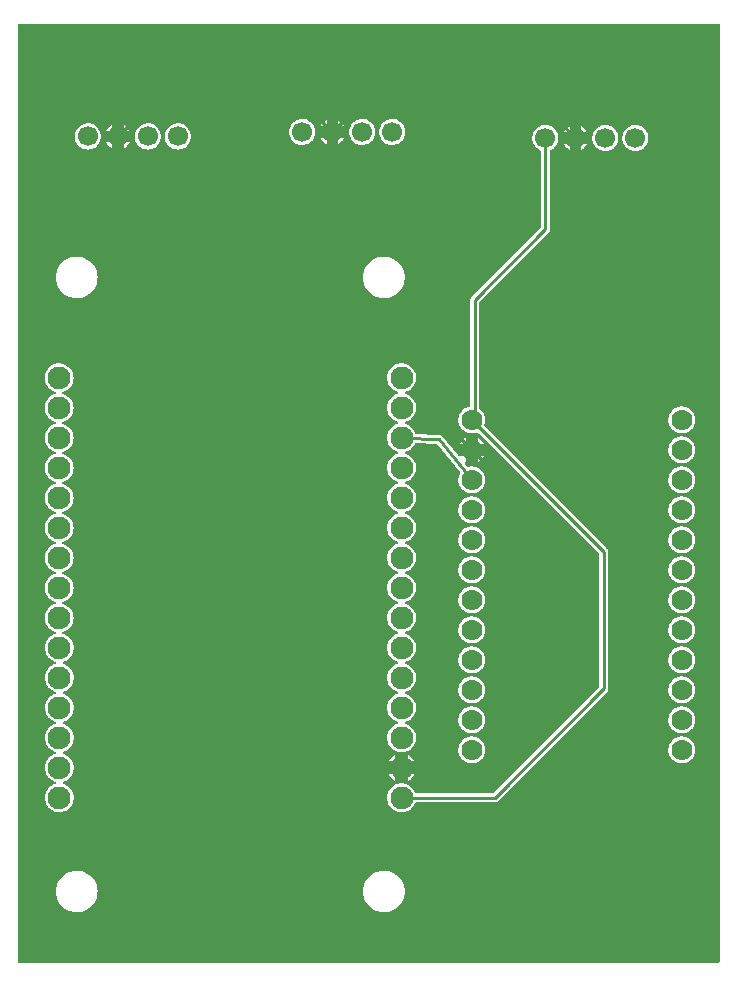
<source format=gbl>
G04 Layer: BottomLayer*
G04 EasyEDA v6.5.5, 2023-03-20 10:36:03*
G04 9b540237bf8445d7845913a8156beade,10*
G04 Gerber Generator version 0.2*
G04 Scale: 100 percent, Rotated: No, Reflected: No *
G04 Dimensions in millimeters *
G04 leading zeros omitted , absolute positions ,4 integer and 5 decimal *
%FSLAX45Y45*%
%MOMM*%

%ADD10C,0.2540*%
%ADD11C,1.7000*%
%ADD12C,1.9304*%
%ADD13C,1.7780*%

%LPD*%
G36*
X736092Y2225903D02*
G01*
X732180Y2226665D01*
X728878Y2228900D01*
X726694Y2232152D01*
X725932Y2236063D01*
X725932Y10163911D01*
X726694Y10167823D01*
X728878Y10171074D01*
X732180Y10173309D01*
X736092Y10174071D01*
X6663944Y10174071D01*
X6667804Y10173309D01*
X6671106Y10171074D01*
X6673291Y10167823D01*
X6674103Y10163911D01*
X6674103Y2236063D01*
X6673291Y2232152D01*
X6671106Y2228900D01*
X6667804Y2226665D01*
X6663944Y2225903D01*
G37*

%LPC*%
G36*
X3291433Y9307169D02*
G01*
X3342030Y9307169D01*
X3342030Y9357715D01*
X3339592Y9356598D01*
X3327450Y9349232D01*
X3316325Y9340392D01*
X3306470Y9330182D01*
X3297986Y9318802D01*
G37*
G36*
X3831640Y2651455D02*
G01*
X3849674Y2652877D01*
X3867505Y2656128D01*
X3884879Y2661158D01*
X3901643Y2668016D01*
X3917645Y2676499D01*
X3932682Y2686608D01*
X3946550Y2698191D01*
X3959199Y2711196D01*
X3970477Y2725369D01*
X3980179Y2740660D01*
X3988257Y2756865D01*
X3994658Y2773832D01*
X3999280Y2791307D01*
X4002074Y2809189D01*
X4002989Y2827274D01*
X4002074Y2845409D01*
X3999280Y2863291D01*
X3994658Y2880766D01*
X3988257Y2897733D01*
X3980179Y2913938D01*
X3970477Y2929229D01*
X3959199Y2943402D01*
X3946550Y2956407D01*
X3932682Y2967990D01*
X3917645Y2978099D01*
X3901643Y2986582D01*
X3884879Y2993440D01*
X3867505Y2998470D01*
X3849674Y3001721D01*
X3831640Y3003143D01*
X3813505Y3002686D01*
X3795572Y3000349D01*
X3777945Y2996184D01*
X3760825Y2990240D01*
X3744417Y2982569D01*
X3728923Y2973222D01*
X3714394Y2962351D01*
X3701135Y2950057D01*
X3689146Y2936443D01*
X3678682Y2921711D01*
X3669741Y2905963D01*
X3662527Y2889351D01*
X3656990Y2872079D01*
X3653282Y2854350D01*
X3651453Y2836367D01*
X3651453Y2818231D01*
X3653282Y2800248D01*
X3656990Y2782519D01*
X3662527Y2765247D01*
X3669741Y2748635D01*
X3678682Y2732887D01*
X3689146Y2718155D01*
X3701135Y2704541D01*
X3714394Y2692247D01*
X3728923Y2681376D01*
X3744417Y2672029D01*
X3760825Y2664358D01*
X3777945Y2658414D01*
X3795572Y2654249D01*
X3813505Y2651912D01*
G37*
G36*
X1075740Y3498951D02*
G01*
X1090777Y3499408D01*
X1105662Y3501745D01*
X1120190Y3505860D01*
X1134059Y3511702D01*
X1147114Y3519271D01*
X1159154Y3528364D01*
X1169974Y3538829D01*
X1179423Y3550564D01*
X1187348Y3563365D01*
X1193647Y3577082D01*
X1198219Y3591458D01*
X1200962Y3606241D01*
X1201928Y3621278D01*
X1200962Y3636365D01*
X1198219Y3651148D01*
X1193647Y3665524D01*
X1187348Y3679190D01*
X1179423Y3692042D01*
X1169974Y3703777D01*
X1159154Y3714242D01*
X1147114Y3723335D01*
X1134059Y3730853D01*
X1120190Y3736746D01*
X1113942Y3738524D01*
X1110081Y3740607D01*
X1107490Y3744061D01*
X1106576Y3748278D01*
X1107490Y3752545D01*
X1110081Y3755999D01*
X1113942Y3758082D01*
X1120190Y3759860D01*
X1134059Y3765702D01*
X1147114Y3773271D01*
X1159154Y3782364D01*
X1169974Y3792829D01*
X1179423Y3804564D01*
X1187348Y3817365D01*
X1193647Y3831082D01*
X1198219Y3845458D01*
X1200962Y3860241D01*
X1201928Y3875278D01*
X1200962Y3890365D01*
X1198219Y3905148D01*
X1193647Y3919524D01*
X1187348Y3933190D01*
X1179423Y3946042D01*
X1169974Y3957777D01*
X1159154Y3968242D01*
X1147114Y3977335D01*
X1134059Y3984853D01*
X1120190Y3990746D01*
X1113942Y3992524D01*
X1110132Y3994556D01*
X1107490Y3998061D01*
X1106576Y4002278D01*
X1107490Y4006545D01*
X1110132Y4009999D01*
X1113942Y4012082D01*
X1120190Y4013860D01*
X1134059Y4019702D01*
X1147114Y4027271D01*
X1159154Y4036314D01*
X1169974Y4046829D01*
X1179423Y4058564D01*
X1187348Y4071365D01*
X1193647Y4085082D01*
X1198219Y4099458D01*
X1200962Y4114241D01*
X1201928Y4129278D01*
X1200962Y4144314D01*
X1198219Y4159148D01*
X1193647Y4173524D01*
X1187348Y4187190D01*
X1179423Y4200042D01*
X1169974Y4211777D01*
X1159154Y4222242D01*
X1147114Y4231335D01*
X1134059Y4238853D01*
X1120190Y4244746D01*
X1113942Y4246524D01*
X1110081Y4248556D01*
X1107490Y4252061D01*
X1106576Y4256278D01*
X1107490Y4260545D01*
X1110081Y4263999D01*
X1113942Y4266082D01*
X1120190Y4267860D01*
X1134059Y4273702D01*
X1147114Y4281271D01*
X1159154Y4290314D01*
X1169974Y4300829D01*
X1179423Y4312564D01*
X1187348Y4325366D01*
X1193647Y4339082D01*
X1198219Y4353458D01*
X1200962Y4368241D01*
X1201928Y4383278D01*
X1200962Y4398314D01*
X1198219Y4413148D01*
X1193647Y4427524D01*
X1187348Y4441190D01*
X1179423Y4454042D01*
X1169974Y4465777D01*
X1159154Y4476242D01*
X1147114Y4485335D01*
X1134059Y4492853D01*
X1120190Y4498746D01*
X1113942Y4500524D01*
X1110081Y4502556D01*
X1107490Y4506061D01*
X1106576Y4510278D01*
X1107490Y4514545D01*
X1110081Y4517999D01*
X1113942Y4520082D01*
X1120190Y4521860D01*
X1134059Y4527702D01*
X1147114Y4535271D01*
X1159154Y4544314D01*
X1169974Y4554829D01*
X1179423Y4566564D01*
X1187348Y4579366D01*
X1193647Y4593082D01*
X1198219Y4607458D01*
X1200962Y4622241D01*
X1201928Y4637278D01*
X1200962Y4652314D01*
X1198219Y4667148D01*
X1193647Y4681524D01*
X1187348Y4695190D01*
X1179423Y4708042D01*
X1169974Y4719777D01*
X1159154Y4730242D01*
X1147114Y4739335D01*
X1134059Y4746853D01*
X1120190Y4752746D01*
X1113942Y4754524D01*
X1110081Y4756556D01*
X1107490Y4760061D01*
X1106576Y4764278D01*
X1107490Y4768545D01*
X1110081Y4771999D01*
X1113942Y4774082D01*
X1120190Y4775860D01*
X1134059Y4781702D01*
X1147114Y4789271D01*
X1159154Y4798314D01*
X1169974Y4808829D01*
X1179423Y4820564D01*
X1187348Y4833366D01*
X1193647Y4847082D01*
X1198219Y4861458D01*
X1200962Y4876241D01*
X1201928Y4891278D01*
X1200962Y4906314D01*
X1198219Y4921148D01*
X1193647Y4935524D01*
X1187348Y4949190D01*
X1179423Y4962042D01*
X1169974Y4973777D01*
X1159154Y4984242D01*
X1147114Y4993335D01*
X1134059Y5000853D01*
X1120190Y5006746D01*
X1112723Y5008880D01*
X1108913Y5010912D01*
X1106271Y5014366D01*
X1105357Y5018633D01*
X1106271Y5022900D01*
X1108913Y5026355D01*
X1112723Y5028387D01*
X1117803Y5029860D01*
X1131671Y5035702D01*
X1144727Y5043271D01*
X1156716Y5052314D01*
X1167536Y5062829D01*
X1176985Y5074564D01*
X1184960Y5087366D01*
X1191260Y5101082D01*
X1195832Y5115458D01*
X1198575Y5130241D01*
X1199489Y5145278D01*
X1198575Y5160314D01*
X1195832Y5175148D01*
X1191260Y5189524D01*
X1184960Y5203190D01*
X1176985Y5216042D01*
X1167536Y5227777D01*
X1156716Y5238242D01*
X1144727Y5247335D01*
X1131671Y5254853D01*
X1117803Y5260746D01*
X1111554Y5262524D01*
X1107694Y5264556D01*
X1105103Y5268061D01*
X1104138Y5272278D01*
X1105103Y5276545D01*
X1107694Y5279999D01*
X1111554Y5282082D01*
X1117803Y5283860D01*
X1131671Y5289702D01*
X1144727Y5297271D01*
X1156716Y5306314D01*
X1167536Y5316829D01*
X1176985Y5328564D01*
X1184960Y5341366D01*
X1191260Y5355082D01*
X1195832Y5369458D01*
X1198575Y5384241D01*
X1199489Y5399278D01*
X1198575Y5414314D01*
X1195832Y5429148D01*
X1191260Y5443524D01*
X1184960Y5457190D01*
X1176985Y5470042D01*
X1167536Y5481777D01*
X1156716Y5492242D01*
X1144727Y5501335D01*
X1131671Y5508853D01*
X1117803Y5514746D01*
X1111554Y5516524D01*
X1107694Y5518556D01*
X1105103Y5522061D01*
X1104138Y5526278D01*
X1105103Y5530545D01*
X1107694Y5533999D01*
X1111554Y5536082D01*
X1117803Y5537860D01*
X1131671Y5543702D01*
X1144727Y5551271D01*
X1156716Y5560314D01*
X1167536Y5570829D01*
X1176985Y5582564D01*
X1184960Y5595366D01*
X1191260Y5609082D01*
X1195832Y5623458D01*
X1198575Y5638241D01*
X1199489Y5653278D01*
X1198575Y5668314D01*
X1195832Y5683148D01*
X1191260Y5697524D01*
X1184960Y5711190D01*
X1176985Y5724042D01*
X1167536Y5735777D01*
X1156716Y5746242D01*
X1144727Y5755335D01*
X1131671Y5762853D01*
X1117803Y5768746D01*
X1111554Y5770524D01*
X1107694Y5772556D01*
X1105103Y5776061D01*
X1104138Y5780278D01*
X1105103Y5784545D01*
X1107694Y5787999D01*
X1111554Y5790082D01*
X1117803Y5791860D01*
X1131671Y5797702D01*
X1144727Y5805271D01*
X1156716Y5814314D01*
X1167536Y5824829D01*
X1176985Y5836564D01*
X1184960Y5849366D01*
X1191260Y5863082D01*
X1195832Y5877458D01*
X1198575Y5892241D01*
X1199489Y5907278D01*
X1198575Y5922314D01*
X1195832Y5937148D01*
X1191260Y5951524D01*
X1184960Y5965190D01*
X1176985Y5978042D01*
X1167536Y5989777D01*
X1156716Y6000242D01*
X1144727Y6009335D01*
X1131671Y6016853D01*
X1117803Y6022746D01*
X1111554Y6024524D01*
X1107694Y6026556D01*
X1105103Y6030061D01*
X1104138Y6034278D01*
X1105103Y6038545D01*
X1107694Y6041999D01*
X1111554Y6044082D01*
X1117803Y6045860D01*
X1131671Y6051702D01*
X1144727Y6059271D01*
X1156716Y6068314D01*
X1167536Y6078829D01*
X1176985Y6090564D01*
X1184960Y6103366D01*
X1191260Y6117082D01*
X1195832Y6131458D01*
X1198575Y6146241D01*
X1199489Y6161278D01*
X1198575Y6176314D01*
X1195832Y6191148D01*
X1191260Y6205524D01*
X1184960Y6219190D01*
X1176985Y6232042D01*
X1167536Y6243777D01*
X1156716Y6254242D01*
X1144727Y6263335D01*
X1131671Y6270853D01*
X1117803Y6276746D01*
X1111554Y6278524D01*
X1107694Y6280556D01*
X1105103Y6284061D01*
X1104138Y6288278D01*
X1105103Y6292545D01*
X1107694Y6295999D01*
X1111554Y6298082D01*
X1117803Y6299860D01*
X1131671Y6305702D01*
X1144727Y6313271D01*
X1156716Y6322314D01*
X1167536Y6332829D01*
X1176985Y6344564D01*
X1184960Y6357366D01*
X1191260Y6371082D01*
X1195832Y6385458D01*
X1198575Y6400241D01*
X1199489Y6415278D01*
X1198575Y6430314D01*
X1195832Y6445148D01*
X1191260Y6459524D01*
X1184960Y6473190D01*
X1176985Y6486042D01*
X1167536Y6497777D01*
X1156716Y6508242D01*
X1144727Y6517335D01*
X1131671Y6524853D01*
X1117803Y6530746D01*
X1111554Y6532524D01*
X1107694Y6534556D01*
X1105103Y6538061D01*
X1104138Y6542278D01*
X1105103Y6546545D01*
X1107694Y6549999D01*
X1111554Y6552082D01*
X1117803Y6553860D01*
X1131671Y6559702D01*
X1144727Y6567271D01*
X1156716Y6576314D01*
X1167536Y6586829D01*
X1176985Y6598564D01*
X1184960Y6611366D01*
X1191260Y6625081D01*
X1195832Y6639458D01*
X1198575Y6654241D01*
X1199489Y6669278D01*
X1198575Y6684314D01*
X1195832Y6699148D01*
X1191260Y6713524D01*
X1184960Y6727190D01*
X1176985Y6739991D01*
X1167536Y6751777D01*
X1156716Y6762242D01*
X1144727Y6771335D01*
X1131671Y6778853D01*
X1117803Y6784746D01*
X1111554Y6786524D01*
X1107694Y6788556D01*
X1105103Y6792061D01*
X1104138Y6796278D01*
X1105103Y6800545D01*
X1107694Y6803999D01*
X1111554Y6806082D01*
X1117803Y6807860D01*
X1131671Y6813702D01*
X1144727Y6821271D01*
X1156716Y6830314D01*
X1167536Y6840829D01*
X1176985Y6852564D01*
X1184960Y6865366D01*
X1191260Y6879081D01*
X1195832Y6893458D01*
X1198575Y6908241D01*
X1199489Y6923278D01*
X1198575Y6938314D01*
X1195832Y6953148D01*
X1191260Y6967524D01*
X1184960Y6981190D01*
X1176985Y6993991D01*
X1167536Y7005777D01*
X1156716Y7016242D01*
X1144727Y7025335D01*
X1131671Y7032853D01*
X1117803Y7038746D01*
X1111554Y7040524D01*
X1107694Y7042556D01*
X1105103Y7046061D01*
X1104138Y7050278D01*
X1105103Y7054545D01*
X1107694Y7057999D01*
X1111554Y7060082D01*
X1117803Y7061860D01*
X1131671Y7067702D01*
X1144727Y7075271D01*
X1156716Y7084314D01*
X1167536Y7094829D01*
X1176985Y7106564D01*
X1184960Y7119366D01*
X1191260Y7133081D01*
X1195832Y7147458D01*
X1198575Y7162241D01*
X1199489Y7177278D01*
X1198575Y7192314D01*
X1195832Y7207148D01*
X1191260Y7221524D01*
X1184960Y7235190D01*
X1176985Y7247991D01*
X1167536Y7259777D01*
X1156716Y7270242D01*
X1144727Y7279335D01*
X1131671Y7286853D01*
X1117803Y7292746D01*
X1103274Y7296861D01*
X1088390Y7299198D01*
X1073353Y7299655D01*
X1058316Y7298232D01*
X1043584Y7295032D01*
X1029411Y7290003D01*
X1015898Y7283297D01*
X1003350Y7274966D01*
X991869Y7265162D01*
X981710Y7254036D01*
X973023Y7241743D01*
X965911Y7228433D01*
X960475Y7214412D01*
X956767Y7199782D01*
X954938Y7184847D01*
X954938Y7169759D01*
X956767Y7154773D01*
X960475Y7140194D01*
X965911Y7126122D01*
X973023Y7112863D01*
X981710Y7100570D01*
X991869Y7089394D01*
X1003350Y7079589D01*
X1015898Y7071258D01*
X1029411Y7064552D01*
X1042720Y7059879D01*
X1046226Y7057745D01*
X1048613Y7054342D01*
X1049477Y7050278D01*
X1048613Y7046214D01*
X1046226Y7042861D01*
X1042720Y7040727D01*
X1029411Y7036003D01*
X1015898Y7029297D01*
X1003350Y7020966D01*
X991869Y7011162D01*
X981710Y7000036D01*
X973023Y6987743D01*
X965911Y6974433D01*
X960475Y6960412D01*
X956767Y6945782D01*
X954938Y6930847D01*
X954938Y6915759D01*
X956767Y6900773D01*
X960475Y6886194D01*
X965911Y6872122D01*
X973023Y6858863D01*
X981710Y6846570D01*
X991869Y6835394D01*
X1003350Y6825589D01*
X1015898Y6817258D01*
X1029411Y6810552D01*
X1042720Y6805879D01*
X1046226Y6803745D01*
X1048613Y6800342D01*
X1049477Y6796278D01*
X1048613Y6792214D01*
X1046226Y6788861D01*
X1042720Y6786727D01*
X1029411Y6782003D01*
X1015898Y6775297D01*
X1003350Y6766966D01*
X991869Y6757162D01*
X981710Y6746036D01*
X973023Y6733743D01*
X965911Y6720433D01*
X960475Y6706412D01*
X956767Y6691782D01*
X954938Y6676847D01*
X954938Y6661759D01*
X956767Y6646773D01*
X960475Y6632194D01*
X965911Y6618122D01*
X973023Y6604863D01*
X981710Y6592570D01*
X991869Y6581394D01*
X1003350Y6571589D01*
X1015898Y6563258D01*
X1029411Y6556552D01*
X1042669Y6551879D01*
X1046226Y6549745D01*
X1048613Y6546342D01*
X1049477Y6542278D01*
X1048613Y6538214D01*
X1046226Y6534861D01*
X1042669Y6532727D01*
X1029411Y6528003D01*
X1015898Y6521297D01*
X1003350Y6512966D01*
X991869Y6503162D01*
X981710Y6492036D01*
X973023Y6479743D01*
X965911Y6466433D01*
X960475Y6452412D01*
X956767Y6437782D01*
X954938Y6422847D01*
X954938Y6407759D01*
X956767Y6392824D01*
X960475Y6378194D01*
X965911Y6364122D01*
X973023Y6350863D01*
X981710Y6338570D01*
X991869Y6327394D01*
X1003350Y6317589D01*
X1015898Y6309309D01*
X1029411Y6302552D01*
X1042720Y6297879D01*
X1046226Y6295745D01*
X1048613Y6292342D01*
X1049477Y6288278D01*
X1048613Y6284214D01*
X1046226Y6280861D01*
X1042720Y6278727D01*
X1029411Y6274003D01*
X1015898Y6267297D01*
X1003350Y6258966D01*
X991869Y6249162D01*
X981710Y6238036D01*
X973023Y6225743D01*
X965911Y6212433D01*
X960475Y6198412D01*
X956767Y6183782D01*
X954938Y6168847D01*
X954938Y6153759D01*
X956767Y6138824D01*
X960475Y6124194D01*
X965911Y6110122D01*
X973023Y6096863D01*
X981710Y6084570D01*
X991869Y6073394D01*
X1003350Y6063589D01*
X1015898Y6055309D01*
X1029411Y6048552D01*
X1042720Y6043879D01*
X1046226Y6041745D01*
X1048613Y6038342D01*
X1049477Y6034278D01*
X1048613Y6030214D01*
X1046226Y6026861D01*
X1042720Y6024727D01*
X1029411Y6020003D01*
X1015898Y6013297D01*
X1003350Y6004966D01*
X991869Y5995162D01*
X981710Y5984036D01*
X973023Y5971743D01*
X965911Y5958433D01*
X960475Y5944412D01*
X956767Y5929782D01*
X954938Y5914847D01*
X954938Y5899759D01*
X956767Y5884824D01*
X960475Y5870194D01*
X965911Y5856122D01*
X973023Y5842863D01*
X981710Y5830570D01*
X991869Y5819394D01*
X1003350Y5809589D01*
X1015898Y5801309D01*
X1029411Y5794552D01*
X1042720Y5789879D01*
X1046226Y5787745D01*
X1048613Y5784342D01*
X1049477Y5780278D01*
X1048613Y5776214D01*
X1046226Y5772861D01*
X1042720Y5770727D01*
X1029411Y5766003D01*
X1015898Y5759297D01*
X1003350Y5750966D01*
X991869Y5741162D01*
X981710Y5730036D01*
X973023Y5717743D01*
X965911Y5704433D01*
X960475Y5690412D01*
X956767Y5675782D01*
X954938Y5660847D01*
X954938Y5645759D01*
X956767Y5630824D01*
X960475Y5616194D01*
X965911Y5602122D01*
X973023Y5588863D01*
X981710Y5576570D01*
X991869Y5565394D01*
X1003350Y5555589D01*
X1015898Y5547309D01*
X1029411Y5540552D01*
X1042720Y5535879D01*
X1046226Y5533745D01*
X1048613Y5530342D01*
X1049477Y5526278D01*
X1048613Y5522214D01*
X1046226Y5518861D01*
X1042720Y5516727D01*
X1029411Y5512003D01*
X1015898Y5505297D01*
X1003350Y5496966D01*
X991869Y5487162D01*
X981710Y5476036D01*
X973023Y5463743D01*
X965911Y5450433D01*
X960475Y5436412D01*
X956767Y5421782D01*
X954938Y5406847D01*
X954938Y5391759D01*
X956767Y5376824D01*
X960475Y5362194D01*
X965911Y5348122D01*
X973023Y5334863D01*
X981710Y5322570D01*
X991869Y5311394D01*
X1003350Y5301589D01*
X1015898Y5293309D01*
X1029411Y5286552D01*
X1042669Y5281879D01*
X1046226Y5279745D01*
X1048613Y5276342D01*
X1049477Y5272278D01*
X1048613Y5268214D01*
X1046226Y5264861D01*
X1042669Y5262727D01*
X1029411Y5258003D01*
X1015898Y5251297D01*
X1003350Y5242966D01*
X991869Y5233162D01*
X981710Y5222036D01*
X973023Y5209743D01*
X965911Y5196433D01*
X960475Y5182412D01*
X956767Y5167782D01*
X954938Y5152847D01*
X954938Y5137759D01*
X956767Y5122824D01*
X960475Y5108194D01*
X965911Y5094122D01*
X973023Y5080863D01*
X981710Y5068570D01*
X991869Y5057394D01*
X1003350Y5047589D01*
X1015898Y5039309D01*
X1029411Y5032552D01*
X1043889Y5027472D01*
X1047445Y5025288D01*
X1049832Y5021935D01*
X1050696Y5017871D01*
X1049832Y5013807D01*
X1047445Y5010454D01*
X1043889Y5008270D01*
X1031798Y5004003D01*
X1018286Y4997297D01*
X1005738Y4988966D01*
X994308Y4979162D01*
X984148Y4968036D01*
X975410Y4955743D01*
X968298Y4942433D01*
X962863Y4928412D01*
X959154Y4913782D01*
X957326Y4898847D01*
X957326Y4883759D01*
X959154Y4868824D01*
X962863Y4854194D01*
X968298Y4840122D01*
X975410Y4826863D01*
X984148Y4814570D01*
X994308Y4803394D01*
X1005738Y4793589D01*
X1018286Y4785309D01*
X1031798Y4778552D01*
X1045108Y4773879D01*
X1048664Y4771745D01*
X1051052Y4768342D01*
X1051864Y4764278D01*
X1051052Y4760264D01*
X1048664Y4756861D01*
X1045108Y4754727D01*
X1031798Y4750003D01*
X1018286Y4743297D01*
X1005738Y4734966D01*
X994308Y4725162D01*
X984148Y4714036D01*
X975410Y4701743D01*
X968298Y4688433D01*
X962863Y4674412D01*
X959154Y4659782D01*
X957326Y4644847D01*
X957326Y4629759D01*
X959154Y4614824D01*
X962863Y4600194D01*
X968298Y4586122D01*
X975410Y4572863D01*
X984148Y4560570D01*
X994308Y4549394D01*
X1005738Y4539589D01*
X1018286Y4531309D01*
X1031798Y4524552D01*
X1045108Y4519879D01*
X1048664Y4517745D01*
X1051052Y4514342D01*
X1051864Y4510278D01*
X1051052Y4506264D01*
X1048664Y4502861D01*
X1045108Y4500727D01*
X1031798Y4496003D01*
X1018286Y4489297D01*
X1005738Y4480966D01*
X994308Y4471162D01*
X984148Y4460036D01*
X975410Y4447743D01*
X968298Y4434433D01*
X962863Y4420412D01*
X959154Y4405782D01*
X957326Y4390847D01*
X957326Y4375759D01*
X959154Y4360824D01*
X962863Y4346194D01*
X968298Y4332122D01*
X975410Y4318863D01*
X984148Y4306570D01*
X994308Y4295394D01*
X1005738Y4285589D01*
X1018286Y4277309D01*
X1031798Y4270552D01*
X1045108Y4265879D01*
X1048664Y4263745D01*
X1051052Y4260342D01*
X1051864Y4256278D01*
X1051052Y4252264D01*
X1048664Y4248861D01*
X1045108Y4246727D01*
X1031798Y4242003D01*
X1018286Y4235297D01*
X1005738Y4226966D01*
X994308Y4217162D01*
X984148Y4206036D01*
X975410Y4193743D01*
X968298Y4180433D01*
X962863Y4166412D01*
X959154Y4151782D01*
X957326Y4136847D01*
X957326Y4121759D01*
X959154Y4106824D01*
X962863Y4092194D01*
X968298Y4078122D01*
X975410Y4064863D01*
X984148Y4052570D01*
X994308Y4041394D01*
X1005738Y4031589D01*
X1018286Y4023309D01*
X1031798Y4016552D01*
X1045108Y4011879D01*
X1048664Y4009745D01*
X1051052Y4006342D01*
X1051864Y4002278D01*
X1051052Y3998264D01*
X1048664Y3994861D01*
X1045108Y3992727D01*
X1031798Y3988003D01*
X1018286Y3981297D01*
X1005738Y3972966D01*
X994308Y3963162D01*
X984148Y3952036D01*
X975410Y3939743D01*
X968298Y3926484D01*
X962863Y3912412D01*
X959154Y3897782D01*
X957326Y3882847D01*
X957326Y3867759D01*
X959154Y3852824D01*
X962863Y3838194D01*
X968298Y3824122D01*
X975410Y3810863D01*
X984148Y3798570D01*
X994308Y3787444D01*
X1005738Y3777589D01*
X1018286Y3769309D01*
X1031798Y3762552D01*
X1045108Y3757879D01*
X1048664Y3755745D01*
X1051052Y3752342D01*
X1051864Y3748278D01*
X1051052Y3744264D01*
X1048664Y3740861D01*
X1045108Y3738727D01*
X1031798Y3734003D01*
X1018286Y3727297D01*
X1005738Y3718966D01*
X994308Y3709162D01*
X984148Y3698036D01*
X975410Y3685743D01*
X968298Y3672484D01*
X962863Y3658412D01*
X959154Y3643782D01*
X957326Y3628847D01*
X957326Y3613759D01*
X959154Y3598824D01*
X962863Y3584194D01*
X968298Y3570122D01*
X975410Y3556863D01*
X984148Y3544570D01*
X994308Y3533444D01*
X1005738Y3523589D01*
X1018286Y3515309D01*
X1031798Y3508552D01*
X1046022Y3503574D01*
X1060704Y3500323D01*
G37*
G36*
X3973322Y3498951D02*
G01*
X3988409Y3499408D01*
X4003294Y3501745D01*
X4017772Y3505860D01*
X4031640Y3511702D01*
X4044696Y3519271D01*
X4056735Y3528364D01*
X4067556Y3538829D01*
X4077004Y3550564D01*
X4084929Y3563365D01*
X4091076Y3576777D01*
X4093311Y3579926D01*
X4096562Y3581958D01*
X4100322Y3582670D01*
X4763820Y3582670D01*
X4771847Y3583482D01*
X4779060Y3585667D01*
X4785715Y3589223D01*
X4791964Y3594354D01*
X5716524Y4518964D01*
X5721654Y4525162D01*
X5725210Y4531868D01*
X5727395Y4539081D01*
X5728208Y4547108D01*
X5728208Y5701792D01*
X5727395Y5709818D01*
X5725210Y5717032D01*
X5721654Y5723737D01*
X5716524Y5729935D01*
X4680610Y6765899D01*
X4678375Y6769303D01*
X4677664Y6773367D01*
X4678730Y6777634D01*
X4683201Y6791350D01*
X4685893Y6805523D01*
X4686808Y6819900D01*
X4685893Y6834276D01*
X4683201Y6848449D01*
X4678730Y6862165D01*
X4672584Y6875221D01*
X4664862Y6887362D01*
X4655667Y6898487D01*
X4645152Y6908342D01*
X4640173Y6911949D01*
X4637938Y6914184D01*
X4636516Y6917029D01*
X4636008Y6920179D01*
X4636008Y7815681D01*
X4636770Y7819593D01*
X4639005Y7822895D01*
X5221224Y8405164D01*
X5226354Y8411362D01*
X5229910Y8418068D01*
X5232095Y8425281D01*
X5232908Y8433308D01*
X5232908Y9096959D01*
X5233670Y9100769D01*
X5235752Y9104020D01*
X5238953Y9106255D01*
X5245608Y9109202D01*
X5257749Y9116568D01*
X5268874Y9125407D01*
X5278729Y9135618D01*
X5287264Y9146997D01*
X5294223Y9159392D01*
X5299557Y9172549D01*
X5303164Y9186316D01*
X5304993Y9200388D01*
X5304993Y9214612D01*
X5303164Y9228683D01*
X5299557Y9242450D01*
X5294223Y9255607D01*
X5287264Y9268002D01*
X5278729Y9279382D01*
X5268874Y9289592D01*
X5257749Y9298432D01*
X5245608Y9305798D01*
X5232603Y9311538D01*
X5218988Y9315602D01*
X5204968Y9317888D01*
X5190744Y9318294D01*
X5176621Y9316974D01*
X5162753Y9313773D01*
X5149443Y9308896D01*
X5136845Y9302292D01*
X5125161Y9294164D01*
X5114645Y9284614D01*
X5105450Y9273794D01*
X5097678Y9261906D01*
X5091531Y9249105D01*
X5087061Y9235592D01*
X5084318Y9221673D01*
X5083403Y9207500D01*
X5084318Y9193326D01*
X5087061Y9179356D01*
X5091531Y9165894D01*
X5097678Y9153093D01*
X5105450Y9141155D01*
X5114645Y9130334D01*
X5125161Y9120784D01*
X5136794Y9112656D01*
X5150205Y9105696D01*
X5153101Y9103461D01*
X5155031Y9100312D01*
X5155692Y9096705D01*
X5155692Y8453018D01*
X5154930Y8449106D01*
X5152694Y8445804D01*
X4570476Y7863535D01*
X4565345Y7857337D01*
X4561789Y7850631D01*
X4559604Y7843418D01*
X4558792Y7835392D01*
X4558792Y6942683D01*
X4557826Y6938314D01*
X4555083Y6934809D01*
X4551172Y6932828D01*
X4536541Y6929069D01*
X4523130Y6923786D01*
X4510481Y6916826D01*
X4498848Y6908342D01*
X4488332Y6898487D01*
X4479137Y6887362D01*
X4471416Y6875221D01*
X4465269Y6862165D01*
X4460798Y6848449D01*
X4458106Y6834276D01*
X4457192Y6819900D01*
X4458106Y6805523D01*
X4460798Y6791350D01*
X4465269Y6777634D01*
X4471416Y6764578D01*
X4479137Y6752437D01*
X4488332Y6741312D01*
X4498848Y6731457D01*
X4510481Y6722973D01*
X4523130Y6716014D01*
X4536541Y6710730D01*
X4550511Y6707124D01*
X4564786Y6705346D01*
X4579213Y6705346D01*
X4593488Y6707124D01*
X4607458Y6710730D01*
X4614926Y6713677D01*
X4618786Y6714388D01*
X4622647Y6713626D01*
X4625848Y6711442D01*
X5647994Y5689295D01*
X5650230Y5685993D01*
X5650992Y5682081D01*
X5650992Y4566818D01*
X5650230Y4562906D01*
X5647994Y4559604D01*
X4751273Y3662883D01*
X4747971Y3660698D01*
X4744110Y3659886D01*
X4100322Y3659886D01*
X4096562Y3660648D01*
X4093311Y3662679D01*
X4091076Y3665829D01*
X4084929Y3679190D01*
X4077004Y3692042D01*
X4067556Y3703777D01*
X4056735Y3714242D01*
X4044696Y3723335D01*
X4031640Y3730853D01*
X4017772Y3736746D01*
X4003294Y3740861D01*
X3988409Y3743198D01*
X3973322Y3743655D01*
X3958336Y3742283D01*
X3943604Y3739032D01*
X3929379Y3734003D01*
X3915867Y3727297D01*
X3903319Y3718966D01*
X3891889Y3709162D01*
X3881729Y3698036D01*
X3873042Y3685743D01*
X3865879Y3672484D01*
X3860444Y3658412D01*
X3856786Y3643782D01*
X3854907Y3628847D01*
X3854907Y3613759D01*
X3856786Y3598824D01*
X3860444Y3584194D01*
X3865879Y3570122D01*
X3873042Y3556863D01*
X3881729Y3544570D01*
X3891889Y3533444D01*
X3903319Y3523589D01*
X3915867Y3515309D01*
X3929379Y3508552D01*
X3943604Y3503574D01*
X3958336Y3500323D01*
G37*
G36*
X3439769Y9307169D02*
G01*
X3490214Y9307169D01*
X3487521Y9312706D01*
X3479749Y9324644D01*
X3470554Y9335465D01*
X3460038Y9345015D01*
X3448405Y9353143D01*
X3439769Y9357614D01*
G37*
G36*
X4031691Y3765753D02*
G01*
X4044696Y3773271D01*
X4056735Y3782364D01*
X4067556Y3792829D01*
X4077004Y3804564D01*
X4084929Y3817365D01*
X4086453Y3820668D01*
X4031691Y3820668D01*
G37*
G36*
X3922471Y3766007D02*
G01*
X3922471Y3820668D01*
X3867759Y3820668D01*
X3873042Y3810863D01*
X3881729Y3798570D01*
X3891889Y3787444D01*
X3903319Y3777589D01*
X3915867Y3769309D01*
G37*
G36*
X4564786Y3911346D02*
G01*
X4579213Y3911346D01*
X4593488Y3913124D01*
X4607458Y3916730D01*
X4620869Y3922014D01*
X4633518Y3928973D01*
X4645152Y3937457D01*
X4655667Y3947312D01*
X4664862Y3958437D01*
X4672584Y3970578D01*
X4678730Y3983634D01*
X4683201Y3997350D01*
X4685893Y4011523D01*
X4686808Y4025900D01*
X4685893Y4040276D01*
X4683201Y4054449D01*
X4678730Y4068165D01*
X4672584Y4081221D01*
X4664862Y4093362D01*
X4655667Y4104487D01*
X4645152Y4114342D01*
X4633518Y4122826D01*
X4620869Y4129786D01*
X4607458Y4135069D01*
X4593488Y4138676D01*
X4579213Y4140454D01*
X4564786Y4140454D01*
X4550511Y4138676D01*
X4536541Y4135069D01*
X4523130Y4129786D01*
X4510481Y4122826D01*
X4498848Y4114342D01*
X4488332Y4104487D01*
X4479137Y4093362D01*
X4471416Y4081221D01*
X4465269Y4068165D01*
X4460798Y4054449D01*
X4458106Y4040276D01*
X4457192Y4025900D01*
X4458106Y4011523D01*
X4460798Y3997350D01*
X4465269Y3983634D01*
X4471416Y3970578D01*
X4479137Y3958437D01*
X4488332Y3947312D01*
X4498848Y3937457D01*
X4510481Y3928973D01*
X4523130Y3922014D01*
X4536541Y3916730D01*
X4550511Y3913124D01*
G37*
G36*
X6342786Y3911346D02*
G01*
X6357213Y3911346D01*
X6371488Y3913124D01*
X6385458Y3916730D01*
X6398869Y3922014D01*
X6411518Y3928973D01*
X6423152Y3937457D01*
X6433667Y3947312D01*
X6442862Y3958437D01*
X6450584Y3970578D01*
X6456730Y3983634D01*
X6461201Y3997350D01*
X6463893Y4011523D01*
X6464808Y4025900D01*
X6463893Y4040276D01*
X6461201Y4054449D01*
X6456730Y4068165D01*
X6450584Y4081221D01*
X6442862Y4093362D01*
X6433667Y4104487D01*
X6423152Y4114342D01*
X6411518Y4122826D01*
X6398869Y4129786D01*
X6385458Y4135069D01*
X6371488Y4138676D01*
X6357213Y4140454D01*
X6342786Y4140454D01*
X6328511Y4138676D01*
X6314541Y4135069D01*
X6301130Y4129786D01*
X6288481Y4122826D01*
X6276848Y4114342D01*
X6266332Y4104487D01*
X6257137Y4093362D01*
X6249416Y4081221D01*
X6243269Y4068165D01*
X6238798Y4054449D01*
X6236106Y4040276D01*
X6235192Y4025900D01*
X6236106Y4011523D01*
X6238798Y3997350D01*
X6243269Y3983634D01*
X6249416Y3970578D01*
X6257137Y3958437D01*
X6266332Y3947312D01*
X6276848Y3937457D01*
X6288481Y3928973D01*
X6301130Y3922014D01*
X6314541Y3916730D01*
X6328511Y3913124D01*
G37*
G36*
X3867759Y3929887D02*
G01*
X3922471Y3929887D01*
X3922471Y3984599D01*
X3915867Y3981297D01*
X3903319Y3972966D01*
X3891889Y3963162D01*
X3881729Y3952036D01*
X3873042Y3939743D01*
G37*
G36*
X4031691Y3929887D02*
G01*
X4086453Y3929887D01*
X4084929Y3933190D01*
X4077004Y3946042D01*
X4067556Y3957777D01*
X4056735Y3968242D01*
X4044696Y3977335D01*
X4031691Y3984853D01*
G37*
G36*
X3973322Y4006951D02*
G01*
X3988409Y4007408D01*
X4003294Y4009745D01*
X4017772Y4013860D01*
X4031640Y4019702D01*
X4044696Y4027271D01*
X4056735Y4036314D01*
X4067556Y4046829D01*
X4077004Y4058564D01*
X4084929Y4071365D01*
X4091228Y4085082D01*
X4095800Y4099458D01*
X4098594Y4114241D01*
X4099509Y4129278D01*
X4098594Y4144314D01*
X4095800Y4159148D01*
X4091228Y4173524D01*
X4084929Y4187190D01*
X4077004Y4200042D01*
X4067556Y4211777D01*
X4056735Y4222242D01*
X4044696Y4231335D01*
X4031640Y4238853D01*
X4017772Y4244746D01*
X4011523Y4246524D01*
X4007713Y4248556D01*
X4005072Y4252061D01*
X4004157Y4256278D01*
X4005072Y4260545D01*
X4007713Y4263999D01*
X4011523Y4266082D01*
X4017772Y4267860D01*
X4031640Y4273702D01*
X4044696Y4281271D01*
X4056735Y4290314D01*
X4067556Y4300829D01*
X4077004Y4312564D01*
X4084929Y4325366D01*
X4091228Y4339082D01*
X4095800Y4353458D01*
X4098594Y4368241D01*
X4099509Y4383278D01*
X4098594Y4398314D01*
X4095800Y4413148D01*
X4091228Y4427524D01*
X4084929Y4441190D01*
X4077004Y4454042D01*
X4067556Y4465777D01*
X4056735Y4476242D01*
X4044696Y4485335D01*
X4031640Y4492853D01*
X4017772Y4498746D01*
X4011523Y4500524D01*
X4007713Y4502556D01*
X4005072Y4506061D01*
X4004157Y4510278D01*
X4005072Y4514545D01*
X4007713Y4517999D01*
X4011523Y4520082D01*
X4017772Y4521860D01*
X4031640Y4527702D01*
X4044696Y4535271D01*
X4056735Y4544314D01*
X4067556Y4554829D01*
X4077004Y4566564D01*
X4084929Y4579366D01*
X4091228Y4593082D01*
X4095800Y4607458D01*
X4098594Y4622241D01*
X4099509Y4637278D01*
X4098594Y4652314D01*
X4095800Y4667148D01*
X4091228Y4681524D01*
X4084929Y4695190D01*
X4077004Y4708042D01*
X4067556Y4719777D01*
X4056735Y4730242D01*
X4044696Y4739335D01*
X4031640Y4746853D01*
X4017772Y4752746D01*
X4011523Y4754524D01*
X4007713Y4756556D01*
X4005072Y4760061D01*
X4004157Y4764278D01*
X4005072Y4768545D01*
X4007713Y4771999D01*
X4011523Y4774082D01*
X4017772Y4775860D01*
X4031640Y4781702D01*
X4044696Y4789271D01*
X4056735Y4798314D01*
X4067556Y4808829D01*
X4077004Y4820564D01*
X4084929Y4833366D01*
X4091228Y4847082D01*
X4095800Y4861458D01*
X4098594Y4876241D01*
X4099509Y4891278D01*
X4098594Y4906314D01*
X4095800Y4921148D01*
X4091228Y4935524D01*
X4084929Y4949190D01*
X4077004Y4962042D01*
X4067556Y4973777D01*
X4056735Y4984242D01*
X4044696Y4993335D01*
X4031640Y5000853D01*
X4017772Y5006746D01*
X4011523Y5008524D01*
X4007713Y5010556D01*
X4005072Y5014061D01*
X4004157Y5018278D01*
X4005072Y5022545D01*
X4007713Y5025999D01*
X4011523Y5028082D01*
X4017772Y5029860D01*
X4031640Y5035702D01*
X4044696Y5043271D01*
X4056735Y5052314D01*
X4067556Y5062829D01*
X4077004Y5074564D01*
X4084929Y5087366D01*
X4091228Y5101082D01*
X4095800Y5115458D01*
X4098594Y5130241D01*
X4099509Y5145278D01*
X4098594Y5160314D01*
X4095800Y5175148D01*
X4091228Y5189524D01*
X4084929Y5203190D01*
X4077004Y5216042D01*
X4067556Y5227777D01*
X4056735Y5238242D01*
X4044696Y5247335D01*
X4031640Y5254853D01*
X4017772Y5260746D01*
X4011523Y5262524D01*
X4007713Y5264556D01*
X4005072Y5268061D01*
X4004157Y5272278D01*
X4005072Y5276545D01*
X4007713Y5279999D01*
X4011523Y5282082D01*
X4017772Y5283860D01*
X4031640Y5289702D01*
X4044696Y5297271D01*
X4056735Y5306314D01*
X4067556Y5316829D01*
X4077004Y5328564D01*
X4084929Y5341366D01*
X4091228Y5355082D01*
X4095800Y5369458D01*
X4098594Y5384241D01*
X4099509Y5399278D01*
X4098594Y5414314D01*
X4095800Y5429148D01*
X4091228Y5443524D01*
X4084929Y5457190D01*
X4077004Y5470042D01*
X4067556Y5481777D01*
X4056735Y5492242D01*
X4044696Y5501335D01*
X4031640Y5508853D01*
X4017772Y5514746D01*
X4011523Y5516524D01*
X4007713Y5518556D01*
X4005072Y5522061D01*
X4004157Y5526278D01*
X4005072Y5530545D01*
X4007713Y5533999D01*
X4011523Y5536082D01*
X4017772Y5537860D01*
X4031640Y5543702D01*
X4044696Y5551271D01*
X4056735Y5560314D01*
X4067556Y5570829D01*
X4077004Y5582564D01*
X4084929Y5595366D01*
X4091228Y5609082D01*
X4095800Y5623458D01*
X4098594Y5638241D01*
X4099509Y5653278D01*
X4098594Y5668314D01*
X4095800Y5683148D01*
X4091228Y5697524D01*
X4084929Y5711190D01*
X4077004Y5724042D01*
X4067556Y5735777D01*
X4056735Y5746242D01*
X4044696Y5755335D01*
X4031640Y5762853D01*
X4017772Y5768746D01*
X4011523Y5770524D01*
X4007713Y5772556D01*
X4005072Y5776061D01*
X4004157Y5780278D01*
X4005072Y5784545D01*
X4007713Y5787999D01*
X4011523Y5790082D01*
X4017772Y5791860D01*
X4031640Y5797702D01*
X4044696Y5805271D01*
X4056735Y5814314D01*
X4067556Y5824829D01*
X4077004Y5836564D01*
X4084929Y5849366D01*
X4091228Y5863082D01*
X4095800Y5877458D01*
X4098594Y5892241D01*
X4099509Y5907278D01*
X4098594Y5922314D01*
X4095800Y5937148D01*
X4091228Y5951524D01*
X4084929Y5965190D01*
X4077004Y5978042D01*
X4067556Y5989777D01*
X4056735Y6000242D01*
X4044696Y6009335D01*
X4031640Y6016853D01*
X4017772Y6022746D01*
X4011523Y6024524D01*
X4007713Y6026556D01*
X4005072Y6030061D01*
X4004157Y6034278D01*
X4005072Y6038545D01*
X4007713Y6041999D01*
X4011523Y6044082D01*
X4017772Y6045860D01*
X4031640Y6051702D01*
X4044696Y6059271D01*
X4056735Y6068314D01*
X4067556Y6078829D01*
X4077004Y6090564D01*
X4084929Y6103366D01*
X4091228Y6117082D01*
X4095800Y6131458D01*
X4098594Y6146241D01*
X4099509Y6161278D01*
X4098594Y6176314D01*
X4095800Y6191148D01*
X4091228Y6205524D01*
X4084929Y6219190D01*
X4077004Y6232042D01*
X4067556Y6243777D01*
X4056735Y6254242D01*
X4044696Y6263335D01*
X4031640Y6270853D01*
X4017772Y6276746D01*
X4011523Y6278524D01*
X4007713Y6280556D01*
X4005072Y6284061D01*
X4004157Y6288278D01*
X4005072Y6292545D01*
X4007713Y6295999D01*
X4011523Y6298082D01*
X4017772Y6299860D01*
X4031640Y6305702D01*
X4044696Y6313271D01*
X4056735Y6322314D01*
X4067556Y6332829D01*
X4077004Y6344564D01*
X4084929Y6357366D01*
X4091228Y6371082D01*
X4095800Y6385458D01*
X4098594Y6400241D01*
X4099509Y6415278D01*
X4098594Y6430314D01*
X4095800Y6445148D01*
X4091228Y6459524D01*
X4084929Y6473190D01*
X4077004Y6486042D01*
X4067556Y6497777D01*
X4056735Y6508242D01*
X4044696Y6517335D01*
X4031640Y6524853D01*
X4017772Y6530746D01*
X4011523Y6532524D01*
X4007713Y6534556D01*
X4005072Y6538061D01*
X4004157Y6542278D01*
X4005072Y6546545D01*
X4007713Y6549999D01*
X4011523Y6552082D01*
X4017772Y6553860D01*
X4031640Y6559702D01*
X4044696Y6567271D01*
X4056735Y6576314D01*
X4067556Y6586829D01*
X4077004Y6598564D01*
X4084929Y6611366D01*
X4088536Y6619189D01*
X4090873Y6622389D01*
X4094276Y6624472D01*
X4098239Y6625081D01*
X4269028Y6617208D01*
X4273143Y6616141D01*
X4276445Y6613499D01*
X4469485Y6376619D01*
X4471263Y6373266D01*
X4471720Y6369558D01*
X4470806Y6365849D01*
X4465269Y6354165D01*
X4460798Y6340449D01*
X4458106Y6326276D01*
X4457192Y6311900D01*
X4458106Y6297523D01*
X4460798Y6283350D01*
X4465269Y6269634D01*
X4471416Y6256578D01*
X4479137Y6244437D01*
X4488332Y6233312D01*
X4498848Y6223457D01*
X4510481Y6214973D01*
X4523130Y6208014D01*
X4536541Y6202730D01*
X4550511Y6199124D01*
X4564786Y6197346D01*
X4579213Y6197346D01*
X4593488Y6199124D01*
X4607458Y6202730D01*
X4620869Y6208014D01*
X4633518Y6214973D01*
X4645152Y6223457D01*
X4655667Y6233312D01*
X4664862Y6244437D01*
X4672584Y6256578D01*
X4678730Y6269634D01*
X4683201Y6283350D01*
X4685893Y6297523D01*
X4686808Y6311900D01*
X4685893Y6326276D01*
X4683201Y6340449D01*
X4678730Y6354165D01*
X4672584Y6367221D01*
X4664862Y6379362D01*
X4655667Y6390487D01*
X4645152Y6400342D01*
X4633518Y6408826D01*
X4620869Y6415786D01*
X4607458Y6421069D01*
X4593488Y6424676D01*
X4579213Y6426454D01*
X4564786Y6426454D01*
X4550511Y6424676D01*
X4539792Y6421882D01*
X4535932Y6421678D01*
X4532325Y6422847D01*
X4529378Y6425336D01*
X4512818Y6445656D01*
X4510989Y6449060D01*
X4510582Y6452920D01*
X4511649Y6456680D01*
X4513986Y6459728D01*
X4517339Y6461658D01*
X4521200Y6462217D01*
X4521200Y6515100D01*
X4461052Y6515100D01*
X4456684Y6516065D01*
X4453178Y6518859D01*
X4321352Y6680555D01*
X4315460Y6685838D01*
X4308957Y6689699D01*
X4301845Y6692239D01*
X4293870Y6693408D01*
X4101795Y6702196D01*
X4097832Y6703212D01*
X4094581Y6705701D01*
X4092600Y6709257D01*
X4091228Y6713524D01*
X4084929Y6727190D01*
X4077004Y6739991D01*
X4067556Y6751777D01*
X4056735Y6762242D01*
X4044696Y6771335D01*
X4031640Y6778853D01*
X4017772Y6784746D01*
X4011523Y6786524D01*
X4007713Y6788556D01*
X4005072Y6792061D01*
X4004157Y6796278D01*
X4005072Y6800545D01*
X4007713Y6803999D01*
X4011523Y6806082D01*
X4017772Y6807860D01*
X4031640Y6813702D01*
X4044696Y6821271D01*
X4056735Y6830314D01*
X4067556Y6840829D01*
X4077004Y6852564D01*
X4084929Y6865366D01*
X4091228Y6879081D01*
X4095800Y6893458D01*
X4098594Y6908241D01*
X4099509Y6923278D01*
X4098594Y6938314D01*
X4095800Y6953148D01*
X4091228Y6967524D01*
X4084929Y6981190D01*
X4077004Y6993991D01*
X4067556Y7005777D01*
X4056735Y7016242D01*
X4044696Y7025335D01*
X4031640Y7032853D01*
X4017772Y7038746D01*
X4011523Y7040524D01*
X4007713Y7042556D01*
X4005072Y7046061D01*
X4004157Y7050278D01*
X4005072Y7054545D01*
X4007713Y7057999D01*
X4011523Y7060082D01*
X4017772Y7061860D01*
X4031640Y7067702D01*
X4044696Y7075271D01*
X4056735Y7084314D01*
X4067556Y7094829D01*
X4077004Y7106564D01*
X4084929Y7119366D01*
X4091228Y7133081D01*
X4095800Y7147458D01*
X4098594Y7162241D01*
X4099509Y7177278D01*
X4098594Y7192314D01*
X4095800Y7207148D01*
X4091228Y7221524D01*
X4084929Y7235190D01*
X4077004Y7247991D01*
X4067556Y7259777D01*
X4056735Y7270242D01*
X4044696Y7279335D01*
X4031640Y7286853D01*
X4017772Y7292746D01*
X4003294Y7296861D01*
X3988409Y7299198D01*
X3973322Y7299655D01*
X3958336Y7298232D01*
X3943604Y7295032D01*
X3929379Y7290003D01*
X3915867Y7283297D01*
X3903319Y7274966D01*
X3891889Y7265162D01*
X3881729Y7254036D01*
X3873042Y7241743D01*
X3865879Y7228433D01*
X3860444Y7214412D01*
X3856786Y7199782D01*
X3854907Y7184847D01*
X3854907Y7169759D01*
X3856786Y7154773D01*
X3860444Y7140194D01*
X3865879Y7126122D01*
X3873042Y7112863D01*
X3881729Y7100570D01*
X3891889Y7089394D01*
X3903319Y7079589D01*
X3915867Y7071258D01*
X3929379Y7064552D01*
X3942689Y7059879D01*
X3946245Y7057745D01*
X3948633Y7054342D01*
X3949496Y7050278D01*
X3948633Y7046214D01*
X3946245Y7042861D01*
X3942689Y7040727D01*
X3929379Y7036003D01*
X3915867Y7029297D01*
X3903319Y7020966D01*
X3891889Y7011162D01*
X3881729Y7000036D01*
X3873042Y6987743D01*
X3865879Y6974433D01*
X3860444Y6960412D01*
X3856786Y6945782D01*
X3854907Y6930847D01*
X3854907Y6915759D01*
X3856786Y6900773D01*
X3860444Y6886194D01*
X3865879Y6872122D01*
X3873042Y6858863D01*
X3881729Y6846570D01*
X3891889Y6835394D01*
X3903319Y6825589D01*
X3915867Y6817258D01*
X3929379Y6810552D01*
X3942689Y6805879D01*
X3946245Y6803745D01*
X3948633Y6800342D01*
X3949496Y6796278D01*
X3948633Y6792214D01*
X3946245Y6788861D01*
X3942689Y6786727D01*
X3929379Y6782003D01*
X3915867Y6775297D01*
X3903319Y6766966D01*
X3891889Y6757162D01*
X3881729Y6746036D01*
X3873042Y6733743D01*
X3865879Y6720433D01*
X3860444Y6706412D01*
X3856786Y6691782D01*
X3854907Y6676847D01*
X3854907Y6661759D01*
X3856786Y6646773D01*
X3860444Y6632194D01*
X3865879Y6618122D01*
X3873042Y6604863D01*
X3881729Y6592570D01*
X3891889Y6581394D01*
X3903319Y6571589D01*
X3915867Y6563258D01*
X3929379Y6556552D01*
X3942689Y6551879D01*
X3946245Y6549745D01*
X3948633Y6546342D01*
X3949496Y6542278D01*
X3948633Y6538214D01*
X3946245Y6534861D01*
X3942689Y6532727D01*
X3929379Y6528003D01*
X3915867Y6521297D01*
X3903319Y6512966D01*
X3891889Y6503162D01*
X3881729Y6492036D01*
X3873042Y6479743D01*
X3865879Y6466433D01*
X3860444Y6452412D01*
X3856786Y6437782D01*
X3854907Y6422847D01*
X3854907Y6407759D01*
X3856786Y6392824D01*
X3860444Y6378194D01*
X3865879Y6364122D01*
X3873042Y6350863D01*
X3881729Y6338570D01*
X3891889Y6327394D01*
X3903319Y6317589D01*
X3915867Y6309309D01*
X3929379Y6302552D01*
X3942689Y6297879D01*
X3946245Y6295745D01*
X3948633Y6292342D01*
X3949496Y6288278D01*
X3948633Y6284214D01*
X3946245Y6280861D01*
X3942689Y6278727D01*
X3929379Y6274003D01*
X3915867Y6267297D01*
X3903319Y6258966D01*
X3891889Y6249162D01*
X3881729Y6238036D01*
X3873042Y6225743D01*
X3865879Y6212433D01*
X3860444Y6198412D01*
X3856786Y6183782D01*
X3854907Y6168847D01*
X3854907Y6153759D01*
X3856786Y6138824D01*
X3860444Y6124194D01*
X3865879Y6110122D01*
X3873042Y6096863D01*
X3881729Y6084570D01*
X3891889Y6073394D01*
X3903319Y6063589D01*
X3915867Y6055309D01*
X3929379Y6048552D01*
X3942689Y6043879D01*
X3946245Y6041745D01*
X3948633Y6038342D01*
X3949496Y6034278D01*
X3948633Y6030214D01*
X3946245Y6026861D01*
X3942689Y6024727D01*
X3929379Y6020003D01*
X3915867Y6013297D01*
X3903319Y6004966D01*
X3891889Y5995162D01*
X3881729Y5984036D01*
X3873042Y5971743D01*
X3865879Y5958433D01*
X3860444Y5944412D01*
X3856786Y5929782D01*
X3854907Y5914847D01*
X3854907Y5899759D01*
X3856786Y5884824D01*
X3860444Y5870194D01*
X3865879Y5856122D01*
X3873042Y5842863D01*
X3881729Y5830570D01*
X3891889Y5819394D01*
X3903319Y5809589D01*
X3915867Y5801309D01*
X3929379Y5794552D01*
X3942689Y5789879D01*
X3946245Y5787745D01*
X3948633Y5784342D01*
X3949496Y5780278D01*
X3948633Y5776214D01*
X3946245Y5772861D01*
X3942689Y5770727D01*
X3929379Y5766003D01*
X3915867Y5759297D01*
X3903319Y5750966D01*
X3891889Y5741162D01*
X3881729Y5730036D01*
X3873042Y5717743D01*
X3865879Y5704433D01*
X3860444Y5690412D01*
X3856786Y5675782D01*
X3854907Y5660847D01*
X3854907Y5645759D01*
X3856786Y5630824D01*
X3860444Y5616194D01*
X3865879Y5602122D01*
X3873042Y5588863D01*
X3881729Y5576570D01*
X3891889Y5565394D01*
X3903319Y5555589D01*
X3915867Y5547309D01*
X3929379Y5540552D01*
X3942689Y5535879D01*
X3946245Y5533745D01*
X3948633Y5530342D01*
X3949496Y5526278D01*
X3948633Y5522214D01*
X3946245Y5518861D01*
X3942689Y5516727D01*
X3929379Y5512003D01*
X3915867Y5505297D01*
X3903319Y5496966D01*
X3891889Y5487162D01*
X3881729Y5476036D01*
X3873042Y5463743D01*
X3865879Y5450433D01*
X3860444Y5436412D01*
X3856786Y5421782D01*
X3854907Y5406847D01*
X3854907Y5391759D01*
X3856786Y5376824D01*
X3860444Y5362194D01*
X3865879Y5348122D01*
X3873042Y5334863D01*
X3881729Y5322570D01*
X3891889Y5311394D01*
X3903319Y5301589D01*
X3915867Y5293309D01*
X3929379Y5286552D01*
X3942689Y5281879D01*
X3946245Y5279745D01*
X3948633Y5276342D01*
X3949496Y5272278D01*
X3948633Y5268214D01*
X3946245Y5264861D01*
X3942689Y5262727D01*
X3929379Y5258003D01*
X3915867Y5251297D01*
X3903319Y5242966D01*
X3891889Y5233162D01*
X3881729Y5222036D01*
X3873042Y5209743D01*
X3865879Y5196433D01*
X3860444Y5182412D01*
X3856786Y5167782D01*
X3854907Y5152847D01*
X3854907Y5137759D01*
X3856786Y5122824D01*
X3860444Y5108194D01*
X3865879Y5094122D01*
X3873042Y5080863D01*
X3881729Y5068570D01*
X3891889Y5057394D01*
X3903319Y5047589D01*
X3915867Y5039309D01*
X3929379Y5032552D01*
X3942689Y5027879D01*
X3946245Y5025745D01*
X3948633Y5022342D01*
X3949496Y5018278D01*
X3948633Y5014264D01*
X3946245Y5010861D01*
X3942689Y5008727D01*
X3929379Y5004003D01*
X3915867Y4997297D01*
X3903319Y4988966D01*
X3891889Y4979162D01*
X3881729Y4968036D01*
X3873042Y4955743D01*
X3865879Y4942433D01*
X3860444Y4928412D01*
X3856786Y4913782D01*
X3854907Y4898847D01*
X3854907Y4883759D01*
X3856786Y4868824D01*
X3860444Y4854194D01*
X3865879Y4840122D01*
X3873042Y4826863D01*
X3881729Y4814570D01*
X3891889Y4803394D01*
X3903319Y4793589D01*
X3915867Y4785309D01*
X3929379Y4778552D01*
X3942689Y4773879D01*
X3946245Y4771745D01*
X3948633Y4768342D01*
X3949496Y4764278D01*
X3948633Y4760264D01*
X3946245Y4756861D01*
X3942689Y4754727D01*
X3929379Y4750003D01*
X3915867Y4743297D01*
X3903319Y4734966D01*
X3891889Y4725162D01*
X3881729Y4714036D01*
X3873042Y4701743D01*
X3865879Y4688433D01*
X3860444Y4674412D01*
X3856786Y4659782D01*
X3854907Y4644847D01*
X3854907Y4629759D01*
X3856786Y4614824D01*
X3860444Y4600194D01*
X3865879Y4586122D01*
X3873042Y4572863D01*
X3881729Y4560570D01*
X3891889Y4549394D01*
X3903319Y4539589D01*
X3915867Y4531309D01*
X3929379Y4524552D01*
X3942689Y4519879D01*
X3946245Y4517745D01*
X3948633Y4514342D01*
X3949496Y4510278D01*
X3948633Y4506264D01*
X3946245Y4502861D01*
X3942689Y4500727D01*
X3929379Y4496003D01*
X3915867Y4489297D01*
X3903319Y4480966D01*
X3891889Y4471162D01*
X3881729Y4460036D01*
X3873042Y4447743D01*
X3865879Y4434433D01*
X3860444Y4420412D01*
X3856786Y4405782D01*
X3854907Y4390847D01*
X3854907Y4375759D01*
X3856786Y4360824D01*
X3860444Y4346194D01*
X3865879Y4332122D01*
X3873042Y4318863D01*
X3881729Y4306570D01*
X3891889Y4295394D01*
X3903319Y4285589D01*
X3915867Y4277309D01*
X3929379Y4270552D01*
X3942689Y4265879D01*
X3946245Y4263745D01*
X3948633Y4260342D01*
X3949496Y4256278D01*
X3948633Y4252264D01*
X3946245Y4248861D01*
X3942689Y4246727D01*
X3929379Y4242003D01*
X3915867Y4235297D01*
X3903319Y4226966D01*
X3891889Y4217162D01*
X3881729Y4206036D01*
X3873042Y4193743D01*
X3865879Y4180433D01*
X3860444Y4166412D01*
X3856786Y4151782D01*
X3854907Y4136847D01*
X3854907Y4121759D01*
X3856786Y4106824D01*
X3860444Y4092194D01*
X3865879Y4078122D01*
X3873042Y4064863D01*
X3881729Y4052570D01*
X3891889Y4041394D01*
X3903319Y4031589D01*
X3915867Y4023309D01*
X3929379Y4016552D01*
X3943604Y4011574D01*
X3958336Y4008323D01*
G37*
G36*
X4564786Y4165346D02*
G01*
X4579213Y4165346D01*
X4593488Y4167124D01*
X4607458Y4170730D01*
X4620869Y4176014D01*
X4633518Y4182973D01*
X4645152Y4191457D01*
X4655667Y4201312D01*
X4664862Y4212437D01*
X4672584Y4224578D01*
X4678730Y4237634D01*
X4683201Y4251350D01*
X4685893Y4265523D01*
X4686808Y4279900D01*
X4685893Y4294276D01*
X4683201Y4308449D01*
X4678730Y4322165D01*
X4672584Y4335221D01*
X4664862Y4347362D01*
X4655667Y4358487D01*
X4645152Y4368342D01*
X4633518Y4376826D01*
X4620869Y4383786D01*
X4607458Y4389069D01*
X4593488Y4392676D01*
X4579213Y4394454D01*
X4564786Y4394454D01*
X4550511Y4392676D01*
X4536541Y4389069D01*
X4523130Y4383786D01*
X4510481Y4376826D01*
X4498848Y4368342D01*
X4488332Y4358487D01*
X4479137Y4347362D01*
X4471416Y4335221D01*
X4465269Y4322165D01*
X4460798Y4308449D01*
X4458106Y4294276D01*
X4457192Y4279900D01*
X4458106Y4265523D01*
X4460798Y4251350D01*
X4465269Y4237634D01*
X4471416Y4224578D01*
X4479137Y4212437D01*
X4488332Y4201312D01*
X4498848Y4191457D01*
X4510481Y4182973D01*
X4523130Y4176014D01*
X4536541Y4170730D01*
X4550511Y4167124D01*
G37*
G36*
X6342786Y4165346D02*
G01*
X6357213Y4165346D01*
X6371488Y4167124D01*
X6385458Y4170730D01*
X6398869Y4176014D01*
X6411518Y4182973D01*
X6423152Y4191457D01*
X6433667Y4201312D01*
X6442862Y4212437D01*
X6450584Y4224578D01*
X6456730Y4237634D01*
X6461201Y4251350D01*
X6463893Y4265523D01*
X6464808Y4279900D01*
X6463893Y4294276D01*
X6461201Y4308449D01*
X6456730Y4322165D01*
X6450584Y4335221D01*
X6442862Y4347362D01*
X6433667Y4358487D01*
X6423152Y4368342D01*
X6411518Y4376826D01*
X6398869Y4383786D01*
X6385458Y4389069D01*
X6371488Y4392676D01*
X6357213Y4394454D01*
X6342786Y4394454D01*
X6328511Y4392676D01*
X6314541Y4389069D01*
X6301130Y4383786D01*
X6288481Y4376826D01*
X6276848Y4368342D01*
X6266332Y4358487D01*
X6257137Y4347362D01*
X6249416Y4335221D01*
X6243269Y4322165D01*
X6238798Y4308449D01*
X6236106Y4294276D01*
X6235192Y4279900D01*
X6236106Y4265523D01*
X6238798Y4251350D01*
X6243269Y4237634D01*
X6249416Y4224578D01*
X6257137Y4212437D01*
X6266332Y4201312D01*
X6276848Y4191457D01*
X6288481Y4182973D01*
X6301130Y4176014D01*
X6314541Y4170730D01*
X6328511Y4167124D01*
G37*
G36*
X4564786Y4419346D02*
G01*
X4579213Y4419346D01*
X4593488Y4421124D01*
X4607458Y4424730D01*
X4620869Y4430014D01*
X4633518Y4436973D01*
X4645152Y4445457D01*
X4655667Y4455312D01*
X4664862Y4466437D01*
X4672584Y4478578D01*
X4678730Y4491634D01*
X4683201Y4505350D01*
X4685893Y4519523D01*
X4686808Y4533900D01*
X4685893Y4548276D01*
X4683201Y4562449D01*
X4678730Y4576165D01*
X4672584Y4589221D01*
X4664862Y4601362D01*
X4655667Y4612487D01*
X4645152Y4622342D01*
X4633518Y4630826D01*
X4620869Y4637786D01*
X4607458Y4643069D01*
X4593488Y4646676D01*
X4579213Y4648454D01*
X4564786Y4648454D01*
X4550511Y4646676D01*
X4536541Y4643069D01*
X4523130Y4637786D01*
X4510481Y4630826D01*
X4498848Y4622342D01*
X4488332Y4612487D01*
X4479137Y4601362D01*
X4471416Y4589221D01*
X4465269Y4576165D01*
X4460798Y4562449D01*
X4458106Y4548276D01*
X4457192Y4533900D01*
X4458106Y4519523D01*
X4460798Y4505350D01*
X4465269Y4491634D01*
X4471416Y4478578D01*
X4479137Y4466437D01*
X4488332Y4455312D01*
X4498848Y4445457D01*
X4510481Y4436973D01*
X4523130Y4430014D01*
X4536541Y4424730D01*
X4550511Y4421124D01*
G37*
G36*
X6342786Y4419346D02*
G01*
X6357213Y4419346D01*
X6371488Y4421124D01*
X6385458Y4424730D01*
X6398869Y4430014D01*
X6411518Y4436973D01*
X6423152Y4445457D01*
X6433667Y4455312D01*
X6442862Y4466437D01*
X6450584Y4478578D01*
X6456730Y4491634D01*
X6461201Y4505350D01*
X6463893Y4519523D01*
X6464808Y4533900D01*
X6463893Y4548276D01*
X6461201Y4562449D01*
X6456730Y4576165D01*
X6450584Y4589221D01*
X6442862Y4601362D01*
X6433667Y4612487D01*
X6423152Y4622342D01*
X6411518Y4630826D01*
X6398869Y4637786D01*
X6385458Y4643069D01*
X6371488Y4646676D01*
X6357213Y4648454D01*
X6342786Y4648454D01*
X6328511Y4646676D01*
X6314541Y4643069D01*
X6301130Y4637786D01*
X6288481Y4630826D01*
X6276848Y4622342D01*
X6266332Y4612487D01*
X6257137Y4601362D01*
X6249416Y4589221D01*
X6243269Y4576165D01*
X6238798Y4562449D01*
X6236106Y4548276D01*
X6235192Y4533900D01*
X6236106Y4519523D01*
X6238798Y4505350D01*
X6243269Y4491634D01*
X6249416Y4478578D01*
X6257137Y4466437D01*
X6266332Y4455312D01*
X6276848Y4445457D01*
X6288481Y4436973D01*
X6301130Y4430014D01*
X6314541Y4424730D01*
X6328511Y4421124D01*
G37*
G36*
X4564786Y4673346D02*
G01*
X4579213Y4673346D01*
X4593488Y4675124D01*
X4607458Y4678730D01*
X4620869Y4684014D01*
X4633518Y4690973D01*
X4645152Y4699457D01*
X4655667Y4709312D01*
X4664862Y4720437D01*
X4672584Y4732578D01*
X4678730Y4745634D01*
X4683201Y4759350D01*
X4685893Y4773523D01*
X4686808Y4787900D01*
X4685893Y4802276D01*
X4683201Y4816449D01*
X4678730Y4830165D01*
X4672584Y4843221D01*
X4664862Y4855362D01*
X4655667Y4866487D01*
X4645152Y4876342D01*
X4633518Y4884826D01*
X4620869Y4891786D01*
X4607458Y4897069D01*
X4593488Y4900676D01*
X4579213Y4902454D01*
X4564786Y4902454D01*
X4550511Y4900676D01*
X4536541Y4897069D01*
X4523130Y4891786D01*
X4510481Y4884826D01*
X4498848Y4876342D01*
X4488332Y4866487D01*
X4479137Y4855362D01*
X4471416Y4843221D01*
X4465269Y4830165D01*
X4460798Y4816449D01*
X4458106Y4802276D01*
X4457192Y4787900D01*
X4458106Y4773523D01*
X4460798Y4759350D01*
X4465269Y4745634D01*
X4471416Y4732578D01*
X4479137Y4720437D01*
X4488332Y4709312D01*
X4498848Y4699457D01*
X4510481Y4690973D01*
X4523130Y4684014D01*
X4536541Y4678730D01*
X4550511Y4675124D01*
G37*
G36*
X6342786Y4673346D02*
G01*
X6357213Y4673346D01*
X6371488Y4675124D01*
X6385458Y4678730D01*
X6398869Y4684014D01*
X6411518Y4690973D01*
X6423152Y4699457D01*
X6433667Y4709312D01*
X6442862Y4720437D01*
X6450584Y4732578D01*
X6456730Y4745634D01*
X6461201Y4759350D01*
X6463893Y4773523D01*
X6464808Y4787900D01*
X6463893Y4802276D01*
X6461201Y4816449D01*
X6456730Y4830165D01*
X6450584Y4843221D01*
X6442862Y4855362D01*
X6433667Y4866487D01*
X6423152Y4876342D01*
X6411518Y4884826D01*
X6398869Y4891786D01*
X6385458Y4897069D01*
X6371488Y4900676D01*
X6357213Y4902454D01*
X6342786Y4902454D01*
X6328511Y4900676D01*
X6314541Y4897069D01*
X6301130Y4891786D01*
X6288481Y4884826D01*
X6276848Y4876342D01*
X6266332Y4866487D01*
X6257137Y4855362D01*
X6249416Y4843221D01*
X6243269Y4830165D01*
X6238798Y4816449D01*
X6236106Y4802276D01*
X6235192Y4787900D01*
X6236106Y4773523D01*
X6238798Y4759350D01*
X6243269Y4745634D01*
X6249416Y4732578D01*
X6257137Y4720437D01*
X6266332Y4709312D01*
X6276848Y4699457D01*
X6288481Y4690973D01*
X6301130Y4684014D01*
X6314541Y4678730D01*
X6328511Y4675124D01*
G37*
G36*
X4564786Y4927346D02*
G01*
X4579213Y4927346D01*
X4593488Y4929124D01*
X4607458Y4932730D01*
X4620869Y4938014D01*
X4633518Y4944973D01*
X4645152Y4953457D01*
X4655667Y4963312D01*
X4664862Y4974437D01*
X4672584Y4986578D01*
X4678730Y4999634D01*
X4683201Y5013350D01*
X4685893Y5027523D01*
X4686808Y5041900D01*
X4685893Y5056276D01*
X4683201Y5070449D01*
X4678730Y5084165D01*
X4672584Y5097221D01*
X4664862Y5109362D01*
X4655667Y5120487D01*
X4645152Y5130342D01*
X4633518Y5138826D01*
X4620869Y5145786D01*
X4607458Y5151069D01*
X4593488Y5154676D01*
X4579213Y5156454D01*
X4564786Y5156454D01*
X4550511Y5154676D01*
X4536541Y5151069D01*
X4523130Y5145786D01*
X4510481Y5138826D01*
X4498848Y5130342D01*
X4488332Y5120487D01*
X4479137Y5109362D01*
X4471416Y5097221D01*
X4465269Y5084165D01*
X4460798Y5070449D01*
X4458106Y5056276D01*
X4457192Y5041900D01*
X4458106Y5027523D01*
X4460798Y5013350D01*
X4465269Y4999634D01*
X4471416Y4986578D01*
X4479137Y4974437D01*
X4488332Y4963312D01*
X4498848Y4953457D01*
X4510481Y4944973D01*
X4523130Y4938014D01*
X4536541Y4932730D01*
X4550511Y4929124D01*
G37*
G36*
X6342786Y4927346D02*
G01*
X6357213Y4927346D01*
X6371488Y4929124D01*
X6385458Y4932730D01*
X6398869Y4938014D01*
X6411518Y4944973D01*
X6423152Y4953457D01*
X6433667Y4963312D01*
X6442862Y4974437D01*
X6450584Y4986578D01*
X6456730Y4999634D01*
X6461201Y5013350D01*
X6463893Y5027523D01*
X6464808Y5041900D01*
X6463893Y5056276D01*
X6461201Y5070449D01*
X6456730Y5084165D01*
X6450584Y5097221D01*
X6442862Y5109362D01*
X6433667Y5120487D01*
X6423152Y5130342D01*
X6411518Y5138826D01*
X6398869Y5145786D01*
X6385458Y5151069D01*
X6371488Y5154676D01*
X6357213Y5156454D01*
X6342786Y5156454D01*
X6328511Y5154676D01*
X6314541Y5151069D01*
X6301130Y5145786D01*
X6288481Y5138826D01*
X6276848Y5130342D01*
X6266332Y5120487D01*
X6257137Y5109362D01*
X6249416Y5097221D01*
X6243269Y5084165D01*
X6238798Y5070449D01*
X6236106Y5056276D01*
X6235192Y5041900D01*
X6236106Y5027523D01*
X6238798Y5013350D01*
X6243269Y4999634D01*
X6249416Y4986578D01*
X6257137Y4974437D01*
X6266332Y4963312D01*
X6276848Y4953457D01*
X6288481Y4944973D01*
X6301130Y4938014D01*
X6314541Y4932730D01*
X6328511Y4929124D01*
G37*
G36*
X6342786Y5181346D02*
G01*
X6357213Y5181346D01*
X6371488Y5183124D01*
X6385458Y5186730D01*
X6398869Y5192014D01*
X6411518Y5198973D01*
X6423152Y5207457D01*
X6433667Y5217312D01*
X6442862Y5228437D01*
X6450584Y5240578D01*
X6456730Y5253634D01*
X6461201Y5267350D01*
X6463893Y5281523D01*
X6464808Y5295900D01*
X6463893Y5310276D01*
X6461201Y5324449D01*
X6456730Y5338165D01*
X6450584Y5351221D01*
X6442862Y5363362D01*
X6433667Y5374487D01*
X6423152Y5384342D01*
X6411518Y5392826D01*
X6398869Y5399786D01*
X6385458Y5405069D01*
X6371488Y5408676D01*
X6357213Y5410454D01*
X6342786Y5410454D01*
X6328511Y5408676D01*
X6314541Y5405069D01*
X6301130Y5399786D01*
X6288481Y5392826D01*
X6276848Y5384342D01*
X6266332Y5374487D01*
X6257137Y5363362D01*
X6249416Y5351221D01*
X6243269Y5338165D01*
X6238798Y5324449D01*
X6236106Y5310276D01*
X6235192Y5295900D01*
X6236106Y5281523D01*
X6238798Y5267350D01*
X6243269Y5253634D01*
X6249416Y5240578D01*
X6257137Y5228437D01*
X6266332Y5217312D01*
X6276848Y5207457D01*
X6288481Y5198973D01*
X6301130Y5192014D01*
X6314541Y5186730D01*
X6328511Y5183124D01*
G37*
G36*
X4564786Y5181346D02*
G01*
X4579213Y5181346D01*
X4593488Y5183124D01*
X4607458Y5186730D01*
X4620869Y5192014D01*
X4633518Y5198973D01*
X4645152Y5207457D01*
X4655667Y5217312D01*
X4664862Y5228437D01*
X4672584Y5240578D01*
X4678730Y5253634D01*
X4683201Y5267350D01*
X4685893Y5281523D01*
X4686808Y5295900D01*
X4685893Y5310276D01*
X4683201Y5324449D01*
X4678730Y5338165D01*
X4672584Y5351221D01*
X4664862Y5363362D01*
X4655667Y5374487D01*
X4645152Y5384342D01*
X4633518Y5392826D01*
X4620869Y5399786D01*
X4607458Y5405069D01*
X4593488Y5408676D01*
X4579213Y5410454D01*
X4564786Y5410454D01*
X4550511Y5408676D01*
X4536541Y5405069D01*
X4523130Y5399786D01*
X4510481Y5392826D01*
X4498848Y5384342D01*
X4488332Y5374487D01*
X4479137Y5363362D01*
X4471416Y5351221D01*
X4465269Y5338165D01*
X4460798Y5324449D01*
X4458106Y5310276D01*
X4457192Y5295900D01*
X4458106Y5281523D01*
X4460798Y5267350D01*
X4465269Y5253634D01*
X4471416Y5240578D01*
X4479137Y5228437D01*
X4488332Y5217312D01*
X4498848Y5207457D01*
X4510481Y5198973D01*
X4523130Y5192014D01*
X4536541Y5186730D01*
X4550511Y5183124D01*
G37*
G36*
X6342786Y5435346D02*
G01*
X6357213Y5435346D01*
X6371488Y5437124D01*
X6385458Y5440730D01*
X6398869Y5446014D01*
X6411518Y5452973D01*
X6423152Y5461457D01*
X6433667Y5471312D01*
X6442862Y5482437D01*
X6450584Y5494578D01*
X6456730Y5507634D01*
X6461201Y5521350D01*
X6463893Y5535523D01*
X6464808Y5549900D01*
X6463893Y5564276D01*
X6461201Y5578449D01*
X6456730Y5592165D01*
X6450584Y5605221D01*
X6442862Y5617362D01*
X6433667Y5628487D01*
X6423152Y5638342D01*
X6411518Y5646826D01*
X6398869Y5653786D01*
X6385458Y5659069D01*
X6371488Y5662676D01*
X6357213Y5664454D01*
X6342786Y5664454D01*
X6328511Y5662676D01*
X6314541Y5659069D01*
X6301130Y5653786D01*
X6288481Y5646826D01*
X6276848Y5638342D01*
X6266332Y5628487D01*
X6257137Y5617362D01*
X6249416Y5605221D01*
X6243269Y5592165D01*
X6238798Y5578449D01*
X6236106Y5564276D01*
X6235192Y5549900D01*
X6236106Y5535523D01*
X6238798Y5521350D01*
X6243269Y5507634D01*
X6249416Y5494578D01*
X6257137Y5482437D01*
X6266332Y5471312D01*
X6276848Y5461457D01*
X6288481Y5452973D01*
X6301130Y5446014D01*
X6314541Y5440730D01*
X6328511Y5437124D01*
G37*
G36*
X4564786Y5435346D02*
G01*
X4579213Y5435346D01*
X4593488Y5437124D01*
X4607458Y5440730D01*
X4620869Y5446014D01*
X4633518Y5452973D01*
X4645152Y5461457D01*
X4655667Y5471312D01*
X4664862Y5482437D01*
X4672584Y5494578D01*
X4678730Y5507634D01*
X4683201Y5521350D01*
X4685893Y5535523D01*
X4686808Y5549900D01*
X4685893Y5564276D01*
X4683201Y5578449D01*
X4678730Y5592165D01*
X4672584Y5605221D01*
X4664862Y5617362D01*
X4655667Y5628487D01*
X4645152Y5638342D01*
X4633518Y5646826D01*
X4620869Y5653786D01*
X4607458Y5659069D01*
X4593488Y5662676D01*
X4579213Y5664454D01*
X4564786Y5664454D01*
X4550511Y5662676D01*
X4536541Y5659069D01*
X4523130Y5653786D01*
X4510481Y5646826D01*
X4498848Y5638342D01*
X4488332Y5628487D01*
X4479137Y5617362D01*
X4471416Y5605221D01*
X4465269Y5592165D01*
X4460798Y5578449D01*
X4458106Y5564276D01*
X4457192Y5549900D01*
X4458106Y5535523D01*
X4460798Y5521350D01*
X4465269Y5507634D01*
X4471416Y5494578D01*
X4479137Y5482437D01*
X4488332Y5471312D01*
X4498848Y5461457D01*
X4510481Y5452973D01*
X4523130Y5446014D01*
X4536541Y5440730D01*
X4550511Y5437124D01*
G37*
G36*
X6342786Y5689346D02*
G01*
X6357213Y5689346D01*
X6371488Y5691124D01*
X6385458Y5694730D01*
X6398869Y5700014D01*
X6411518Y5706973D01*
X6423152Y5715457D01*
X6433667Y5725312D01*
X6442862Y5736437D01*
X6450584Y5748578D01*
X6456730Y5761634D01*
X6461201Y5775350D01*
X6463893Y5789523D01*
X6464808Y5803900D01*
X6463893Y5818276D01*
X6461201Y5832449D01*
X6456730Y5846165D01*
X6450584Y5859221D01*
X6442862Y5871362D01*
X6433667Y5882487D01*
X6423152Y5892342D01*
X6411518Y5900826D01*
X6398869Y5907786D01*
X6385458Y5913069D01*
X6371488Y5916676D01*
X6357213Y5918454D01*
X6342786Y5918454D01*
X6328511Y5916676D01*
X6314541Y5913069D01*
X6301130Y5907786D01*
X6288481Y5900826D01*
X6276848Y5892342D01*
X6266332Y5882487D01*
X6257137Y5871362D01*
X6249416Y5859221D01*
X6243269Y5846165D01*
X6238798Y5832449D01*
X6236106Y5818276D01*
X6235192Y5803900D01*
X6236106Y5789523D01*
X6238798Y5775350D01*
X6243269Y5761634D01*
X6249416Y5748578D01*
X6257137Y5736437D01*
X6266332Y5725312D01*
X6276848Y5715457D01*
X6288481Y5706973D01*
X6301130Y5700014D01*
X6314541Y5694730D01*
X6328511Y5691124D01*
G37*
G36*
X4564786Y5689346D02*
G01*
X4579213Y5689346D01*
X4593488Y5691124D01*
X4607458Y5694730D01*
X4620869Y5700014D01*
X4633518Y5706973D01*
X4645152Y5715457D01*
X4655667Y5725312D01*
X4664862Y5736437D01*
X4672584Y5748578D01*
X4678730Y5761634D01*
X4683201Y5775350D01*
X4685893Y5789523D01*
X4686808Y5803900D01*
X4685893Y5818276D01*
X4683201Y5832449D01*
X4678730Y5846165D01*
X4672584Y5859221D01*
X4664862Y5871362D01*
X4655667Y5882487D01*
X4645152Y5892342D01*
X4633518Y5900826D01*
X4620869Y5907786D01*
X4607458Y5913069D01*
X4593488Y5916676D01*
X4579213Y5918454D01*
X4564786Y5918454D01*
X4550511Y5916676D01*
X4536541Y5913069D01*
X4523130Y5907786D01*
X4510481Y5900826D01*
X4498848Y5892342D01*
X4488332Y5882487D01*
X4479137Y5871362D01*
X4471416Y5859221D01*
X4465269Y5846165D01*
X4460798Y5832449D01*
X4458106Y5818276D01*
X4457192Y5803900D01*
X4458106Y5789523D01*
X4460798Y5775350D01*
X4465269Y5761634D01*
X4471416Y5748578D01*
X4479137Y5736437D01*
X4488332Y5725312D01*
X4498848Y5715457D01*
X4510481Y5706973D01*
X4523130Y5700014D01*
X4536541Y5694730D01*
X4550511Y5691124D01*
G37*
G36*
X6342786Y5943346D02*
G01*
X6357213Y5943346D01*
X6371488Y5945124D01*
X6385458Y5948730D01*
X6398869Y5954014D01*
X6411518Y5960973D01*
X6423152Y5969457D01*
X6433667Y5979312D01*
X6442862Y5990437D01*
X6450584Y6002578D01*
X6456730Y6015634D01*
X6461201Y6029350D01*
X6463893Y6043523D01*
X6464808Y6057900D01*
X6463893Y6072276D01*
X6461201Y6086449D01*
X6456730Y6100165D01*
X6450584Y6113221D01*
X6442862Y6125362D01*
X6433667Y6136487D01*
X6423152Y6146342D01*
X6411518Y6154826D01*
X6398869Y6161786D01*
X6385458Y6167069D01*
X6371488Y6170676D01*
X6357213Y6172454D01*
X6342786Y6172454D01*
X6328511Y6170676D01*
X6314541Y6167069D01*
X6301130Y6161786D01*
X6288481Y6154826D01*
X6276848Y6146342D01*
X6266332Y6136487D01*
X6257137Y6125362D01*
X6249416Y6113221D01*
X6243269Y6100165D01*
X6238798Y6086449D01*
X6236106Y6072276D01*
X6235192Y6057900D01*
X6236106Y6043523D01*
X6238798Y6029350D01*
X6243269Y6015634D01*
X6249416Y6002578D01*
X6257137Y5990437D01*
X6266332Y5979312D01*
X6276848Y5969457D01*
X6288481Y5960973D01*
X6301130Y5954014D01*
X6314541Y5948730D01*
X6328511Y5945124D01*
G37*
G36*
X4564786Y5943346D02*
G01*
X4579213Y5943346D01*
X4593488Y5945124D01*
X4607458Y5948730D01*
X4620869Y5954014D01*
X4633518Y5960973D01*
X4645152Y5969457D01*
X4655667Y5979312D01*
X4664862Y5990437D01*
X4672584Y6002578D01*
X4678730Y6015634D01*
X4683201Y6029350D01*
X4685893Y6043523D01*
X4686808Y6057900D01*
X4685893Y6072276D01*
X4683201Y6086449D01*
X4678730Y6100165D01*
X4672584Y6113221D01*
X4664862Y6125362D01*
X4655667Y6136487D01*
X4645152Y6146342D01*
X4633518Y6154826D01*
X4620869Y6161786D01*
X4607458Y6167069D01*
X4593488Y6170676D01*
X4579213Y6172454D01*
X4564786Y6172454D01*
X4550511Y6170676D01*
X4536541Y6167069D01*
X4523130Y6161786D01*
X4510481Y6154826D01*
X4498848Y6146342D01*
X4488332Y6136487D01*
X4479137Y6125362D01*
X4471416Y6113221D01*
X4465269Y6100165D01*
X4460798Y6086449D01*
X4458106Y6072276D01*
X4457192Y6057900D01*
X4458106Y6043523D01*
X4460798Y6029350D01*
X4465269Y6015634D01*
X4471416Y6002578D01*
X4479137Y5990437D01*
X4488332Y5979312D01*
X4498848Y5969457D01*
X4510481Y5960973D01*
X4523130Y5954014D01*
X4536541Y5948730D01*
X4550511Y5945124D01*
G37*
G36*
X6342786Y6197346D02*
G01*
X6357213Y6197346D01*
X6371488Y6199124D01*
X6385458Y6202730D01*
X6398869Y6208014D01*
X6411518Y6214973D01*
X6423152Y6223457D01*
X6433667Y6233312D01*
X6442862Y6244437D01*
X6450584Y6256578D01*
X6456730Y6269634D01*
X6461201Y6283350D01*
X6463893Y6297523D01*
X6464808Y6311900D01*
X6463893Y6326276D01*
X6461201Y6340449D01*
X6456730Y6354165D01*
X6450584Y6367221D01*
X6442862Y6379362D01*
X6433667Y6390487D01*
X6423152Y6400342D01*
X6411518Y6408826D01*
X6398869Y6415786D01*
X6385458Y6421069D01*
X6371488Y6424676D01*
X6357213Y6426454D01*
X6342786Y6426454D01*
X6328511Y6424676D01*
X6314541Y6421069D01*
X6301130Y6415786D01*
X6288481Y6408826D01*
X6276848Y6400342D01*
X6266332Y6390487D01*
X6257137Y6379362D01*
X6249416Y6367221D01*
X6243269Y6354165D01*
X6238798Y6340449D01*
X6236106Y6326276D01*
X6235192Y6311900D01*
X6236106Y6297523D01*
X6238798Y6283350D01*
X6243269Y6269634D01*
X6249416Y6256578D01*
X6257137Y6244437D01*
X6266332Y6233312D01*
X6276848Y6223457D01*
X6288481Y6214973D01*
X6301130Y6208014D01*
X6314541Y6202730D01*
X6328511Y6199124D01*
G37*
G36*
X1231646Y2651455D02*
G01*
X1249680Y2652877D01*
X1267510Y2656128D01*
X1284884Y2661158D01*
X1301648Y2668016D01*
X1317650Y2676499D01*
X1332687Y2686608D01*
X1346555Y2698191D01*
X1359204Y2711196D01*
X1370482Y2725369D01*
X1380185Y2740660D01*
X1388262Y2756865D01*
X1394663Y2773832D01*
X1399286Y2791307D01*
X1402080Y2809189D01*
X1402994Y2827274D01*
X1402080Y2845409D01*
X1399286Y2863291D01*
X1394663Y2880766D01*
X1388262Y2897733D01*
X1380185Y2913938D01*
X1370482Y2929229D01*
X1359204Y2943402D01*
X1346555Y2956407D01*
X1332687Y2967990D01*
X1317650Y2978099D01*
X1301648Y2986582D01*
X1284884Y2993440D01*
X1267510Y2998470D01*
X1249680Y3001721D01*
X1231646Y3003143D01*
X1213510Y3002686D01*
X1195578Y3000349D01*
X1177950Y2996184D01*
X1160830Y2990240D01*
X1144422Y2982569D01*
X1128928Y2973222D01*
X1114399Y2962351D01*
X1101140Y2950057D01*
X1089152Y2936443D01*
X1078687Y2921711D01*
X1069746Y2905963D01*
X1062532Y2889351D01*
X1056995Y2872079D01*
X1053287Y2854350D01*
X1051458Y2836367D01*
X1051458Y2818231D01*
X1053287Y2800248D01*
X1056995Y2782519D01*
X1062532Y2765247D01*
X1069746Y2748635D01*
X1078687Y2732887D01*
X1089152Y2718155D01*
X1101140Y2704541D01*
X1114399Y2692247D01*
X1128928Y2681376D01*
X1144422Y2672029D01*
X1160830Y2664358D01*
X1177950Y2658414D01*
X1195578Y2654249D01*
X1213510Y2651912D01*
G37*
G36*
X1475333Y9269069D02*
G01*
X1525930Y9269069D01*
X1525930Y9319615D01*
X1523492Y9318498D01*
X1511350Y9311132D01*
X1500225Y9302292D01*
X1490370Y9292082D01*
X1481886Y9280702D01*
G37*
G36*
X6342786Y6451346D02*
G01*
X6357213Y6451346D01*
X6371488Y6453124D01*
X6385458Y6456730D01*
X6398869Y6462014D01*
X6411518Y6468973D01*
X6423152Y6477457D01*
X6433667Y6487312D01*
X6442862Y6498437D01*
X6450584Y6510578D01*
X6456730Y6523634D01*
X6461201Y6537350D01*
X6463893Y6551523D01*
X6464808Y6565900D01*
X6463893Y6580276D01*
X6461201Y6594449D01*
X6456730Y6608165D01*
X6450584Y6621221D01*
X6442862Y6633362D01*
X6433667Y6644487D01*
X6423152Y6654342D01*
X6411518Y6662826D01*
X6398869Y6669786D01*
X6385458Y6675069D01*
X6371488Y6678675D01*
X6357213Y6680453D01*
X6342786Y6680453D01*
X6328511Y6678675D01*
X6314541Y6675069D01*
X6301130Y6669786D01*
X6288481Y6662826D01*
X6276848Y6654342D01*
X6266332Y6644487D01*
X6257137Y6633362D01*
X6249416Y6621221D01*
X6243269Y6608165D01*
X6238798Y6594449D01*
X6236106Y6580276D01*
X6235192Y6565900D01*
X6236106Y6551523D01*
X6238798Y6537350D01*
X6243269Y6523634D01*
X6249416Y6510578D01*
X6257137Y6498437D01*
X6266332Y6487312D01*
X6276848Y6477457D01*
X6288481Y6468973D01*
X6301130Y6462014D01*
X6314541Y6456730D01*
X6328511Y6453124D01*
G37*
G36*
X4622800Y6463080D02*
G01*
X4633518Y6468973D01*
X4645152Y6477457D01*
X4655667Y6487312D01*
X4664862Y6498437D01*
X4672584Y6510578D01*
X4674717Y6515100D01*
X4622800Y6515100D01*
G37*
G36*
X4622800Y6616700D02*
G01*
X4674717Y6616700D01*
X4672584Y6621221D01*
X4664862Y6633362D01*
X4655667Y6644487D01*
X4645152Y6654342D01*
X4633518Y6662826D01*
X4622800Y6668719D01*
G37*
G36*
X4469282Y6616700D02*
G01*
X4521200Y6616700D01*
X4521200Y6668719D01*
X4510481Y6662826D01*
X4498848Y6654342D01*
X4488332Y6644487D01*
X4479137Y6633362D01*
X4471416Y6621221D01*
G37*
G36*
X6342786Y6705346D02*
G01*
X6357213Y6705346D01*
X6371488Y6707124D01*
X6385458Y6710730D01*
X6398869Y6716014D01*
X6411518Y6722973D01*
X6423152Y6731457D01*
X6433667Y6741312D01*
X6442862Y6752437D01*
X6450584Y6764578D01*
X6456730Y6777634D01*
X6461201Y6791350D01*
X6463893Y6805523D01*
X6464808Y6819900D01*
X6463893Y6834276D01*
X6461201Y6848449D01*
X6456730Y6862165D01*
X6450584Y6875221D01*
X6442862Y6887362D01*
X6433667Y6898487D01*
X6423152Y6908342D01*
X6411518Y6916826D01*
X6398869Y6923786D01*
X6385458Y6929069D01*
X6371488Y6932675D01*
X6357213Y6934453D01*
X6342786Y6934453D01*
X6328511Y6932675D01*
X6314541Y6929069D01*
X6301130Y6923786D01*
X6288481Y6916826D01*
X6276848Y6908342D01*
X6266332Y6898487D01*
X6257137Y6887362D01*
X6249416Y6875221D01*
X6243269Y6862165D01*
X6238798Y6848449D01*
X6236106Y6834276D01*
X6235192Y6819900D01*
X6236106Y6805523D01*
X6238798Y6791350D01*
X6243269Y6777634D01*
X6249416Y6764578D01*
X6257137Y6752437D01*
X6266332Y6741312D01*
X6276848Y6731457D01*
X6288481Y6722973D01*
X6301130Y6716014D01*
X6314541Y6710730D01*
X6328511Y6707124D01*
G37*
G36*
X1623669Y9269069D02*
G01*
X1674114Y9269069D01*
X1671421Y9274606D01*
X1663649Y9286544D01*
X1654454Y9297365D01*
X1643938Y9306915D01*
X1632305Y9315043D01*
X1623669Y9319514D01*
G37*
G36*
X1231646Y7851444D02*
G01*
X1249680Y7852867D01*
X1267510Y7856118D01*
X1284884Y7861147D01*
X1301648Y7868005D01*
X1317650Y7876489D01*
X1332687Y7886598D01*
X1346555Y7898180D01*
X1359204Y7911185D01*
X1370482Y7925358D01*
X1380185Y7940649D01*
X1388262Y7956854D01*
X1394663Y7973822D01*
X1399286Y7991297D01*
X1402080Y8009178D01*
X1402994Y8027263D01*
X1402080Y8045399D01*
X1399286Y8063280D01*
X1394663Y8080756D01*
X1388262Y8097723D01*
X1380185Y8113928D01*
X1370482Y8129219D01*
X1359204Y8143392D01*
X1346555Y8156397D01*
X1332687Y8167979D01*
X1317650Y8178088D01*
X1301648Y8186572D01*
X1284884Y8193430D01*
X1267510Y8198459D01*
X1249680Y8201710D01*
X1231646Y8203133D01*
X1213510Y8202675D01*
X1195578Y8200339D01*
X1177950Y8196173D01*
X1160830Y8190230D01*
X1144422Y8182559D01*
X1128928Y8173212D01*
X1114399Y8162340D01*
X1101140Y8150047D01*
X1089152Y8136432D01*
X1078687Y8121700D01*
X1069746Y8105952D01*
X1062532Y8089341D01*
X1056995Y8072069D01*
X1053287Y8054340D01*
X1051458Y8036356D01*
X1051458Y8018221D01*
X1053287Y8000238D01*
X1056995Y7982508D01*
X1062532Y7965236D01*
X1069746Y7948625D01*
X1078687Y7932877D01*
X1089152Y7918145D01*
X1101140Y7904530D01*
X1114399Y7892237D01*
X1128928Y7881366D01*
X1144422Y7872018D01*
X1160830Y7864348D01*
X1177950Y7858404D01*
X1195578Y7854238D01*
X1213510Y7851902D01*
G37*
G36*
X3831640Y7851444D02*
G01*
X3849674Y7852867D01*
X3867505Y7856118D01*
X3884879Y7861147D01*
X3901643Y7868005D01*
X3917645Y7876489D01*
X3932682Y7886598D01*
X3946550Y7898180D01*
X3959199Y7911185D01*
X3970477Y7925358D01*
X3980179Y7940649D01*
X3988257Y7956854D01*
X3994658Y7973822D01*
X3999280Y7991297D01*
X4002074Y8009178D01*
X4002989Y8027263D01*
X4002074Y8045399D01*
X3999280Y8063280D01*
X3994658Y8080756D01*
X3988257Y8097723D01*
X3980179Y8113928D01*
X3970477Y8129219D01*
X3959199Y8143392D01*
X3946550Y8156397D01*
X3932682Y8167979D01*
X3917645Y8178088D01*
X3901643Y8186572D01*
X3884879Y8193430D01*
X3867505Y8198459D01*
X3849674Y8201710D01*
X3831640Y8203133D01*
X3813505Y8202675D01*
X3795572Y8200339D01*
X3777945Y8196173D01*
X3760825Y8190230D01*
X3744417Y8182559D01*
X3728923Y8173212D01*
X3714394Y8162340D01*
X3701135Y8150047D01*
X3689146Y8136432D01*
X3678682Y8121700D01*
X3669741Y8105952D01*
X3662527Y8089341D01*
X3656990Y8072069D01*
X3653282Y8054340D01*
X3651453Y8036356D01*
X3651453Y8018221D01*
X3653282Y8000238D01*
X3656990Y7982508D01*
X3662527Y7965236D01*
X3669741Y7948625D01*
X3678682Y7932877D01*
X3689146Y7918145D01*
X3701135Y7904530D01*
X3714394Y7892237D01*
X3728923Y7881366D01*
X3744417Y7872018D01*
X3760825Y7864348D01*
X3777945Y7858404D01*
X3795572Y7854238D01*
X3813505Y7851902D01*
G37*
G36*
X5698744Y9096654D02*
G01*
X5712968Y9097111D01*
X5726988Y9099397D01*
X5740603Y9103410D01*
X5753608Y9109202D01*
X5765749Y9116568D01*
X5776874Y9125407D01*
X5786729Y9135618D01*
X5795213Y9146997D01*
X5802223Y9159392D01*
X5807557Y9172549D01*
X5811164Y9186316D01*
X5812942Y9200388D01*
X5812942Y9214612D01*
X5811164Y9228683D01*
X5807557Y9242450D01*
X5802223Y9255607D01*
X5795213Y9268002D01*
X5786729Y9279382D01*
X5776874Y9289592D01*
X5765749Y9298432D01*
X5753608Y9305798D01*
X5740603Y9311538D01*
X5726988Y9315602D01*
X5712968Y9317888D01*
X5698744Y9318294D01*
X5684621Y9316974D01*
X5670753Y9313773D01*
X5657392Y9308896D01*
X5644794Y9302292D01*
X5633161Y9294164D01*
X5622645Y9284614D01*
X5613450Y9273794D01*
X5605678Y9261906D01*
X5599531Y9249105D01*
X5595061Y9235592D01*
X5592318Y9221673D01*
X5591403Y9207500D01*
X5592318Y9193326D01*
X5595061Y9179356D01*
X5599531Y9165894D01*
X5605678Y9153093D01*
X5613450Y9141155D01*
X5622645Y9130334D01*
X5633161Y9120784D01*
X5644794Y9112656D01*
X5657392Y9106103D01*
X5670753Y9101175D01*
X5684621Y9098026D01*
G37*
G36*
X5952744Y9096654D02*
G01*
X5966968Y9097111D01*
X5980988Y9099397D01*
X5994603Y9103410D01*
X6007608Y9109202D01*
X6019749Y9116568D01*
X6030874Y9125407D01*
X6040729Y9135618D01*
X6049213Y9146997D01*
X6056223Y9159392D01*
X6061557Y9172549D01*
X6065164Y9186316D01*
X6066942Y9200388D01*
X6066942Y9214612D01*
X6065164Y9228683D01*
X6061557Y9242450D01*
X6056223Y9255607D01*
X6049213Y9268002D01*
X6040729Y9279382D01*
X6030874Y9289592D01*
X6019749Y9298432D01*
X6007608Y9305798D01*
X5994603Y9311538D01*
X5980988Y9315602D01*
X5966968Y9317888D01*
X5952744Y9318294D01*
X5938621Y9316974D01*
X5924753Y9313773D01*
X5911392Y9308896D01*
X5898794Y9302292D01*
X5887161Y9294164D01*
X5876645Y9284614D01*
X5867450Y9273794D01*
X5859678Y9261906D01*
X5853531Y9249105D01*
X5849061Y9235592D01*
X5846318Y9221673D01*
X5845403Y9207500D01*
X5846318Y9193326D01*
X5849061Y9179356D01*
X5853531Y9165894D01*
X5859678Y9153093D01*
X5867450Y9141155D01*
X5876645Y9130334D01*
X5887161Y9120784D01*
X5898794Y9112656D01*
X5911392Y9106103D01*
X5924753Y9101175D01*
X5938621Y9098026D01*
G37*
G36*
X5497169Y9108084D02*
G01*
X5499608Y9109202D01*
X5511749Y9116568D01*
X5522874Y9125407D01*
X5532729Y9135618D01*
X5541213Y9146997D01*
X5547817Y9158630D01*
X5497169Y9158630D01*
G37*
G36*
X5399430Y9108186D02*
G01*
X5399430Y9158630D01*
X5348986Y9158630D01*
X5351678Y9153093D01*
X5359450Y9141155D01*
X5368645Y9130334D01*
X5379161Y9120784D01*
X5390845Y9112656D01*
G37*
G36*
X1832356Y9109405D02*
G01*
X1846478Y9110726D01*
X1860346Y9113926D01*
X1873656Y9118803D01*
X1886254Y9125407D01*
X1897938Y9133535D01*
X1908454Y9143085D01*
X1917649Y9153906D01*
X1925421Y9165793D01*
X1931568Y9178594D01*
X1936038Y9192107D01*
X1938782Y9206026D01*
X1939696Y9220200D01*
X1938782Y9234373D01*
X1936038Y9248343D01*
X1931568Y9261805D01*
X1925421Y9274606D01*
X1917649Y9286544D01*
X1908454Y9297365D01*
X1897938Y9306915D01*
X1886254Y9315043D01*
X1873656Y9321596D01*
X1860346Y9326524D01*
X1846478Y9329674D01*
X1832356Y9331045D01*
X1818132Y9330588D01*
X1804111Y9328302D01*
X1790496Y9324289D01*
X1777492Y9318498D01*
X1765350Y9311132D01*
X1754225Y9302292D01*
X1744370Y9292082D01*
X1735886Y9280702D01*
X1728876Y9268307D01*
X1723542Y9255150D01*
X1719935Y9241383D01*
X1718157Y9227312D01*
X1718157Y9213088D01*
X1719935Y9199016D01*
X1723542Y9185249D01*
X1728876Y9172092D01*
X1735886Y9159697D01*
X1744370Y9148318D01*
X1754225Y9138107D01*
X1765350Y9129268D01*
X1777492Y9121902D01*
X1790496Y9116161D01*
X1804111Y9112097D01*
X1818132Y9109811D01*
G37*
G36*
X1324356Y9109405D02*
G01*
X1338478Y9110726D01*
X1352346Y9113926D01*
X1365707Y9118803D01*
X1378305Y9125407D01*
X1389938Y9133535D01*
X1400454Y9143085D01*
X1409649Y9153906D01*
X1417421Y9165793D01*
X1423568Y9178594D01*
X1428038Y9192107D01*
X1430782Y9206026D01*
X1431696Y9220200D01*
X1430782Y9234373D01*
X1428038Y9248343D01*
X1423568Y9261805D01*
X1417421Y9274606D01*
X1409649Y9286544D01*
X1400454Y9297365D01*
X1389938Y9306915D01*
X1378305Y9315043D01*
X1365707Y9321596D01*
X1352346Y9326524D01*
X1338478Y9329674D01*
X1324356Y9331045D01*
X1310132Y9330588D01*
X1296111Y9328302D01*
X1282496Y9324289D01*
X1269492Y9318498D01*
X1257350Y9311132D01*
X1246225Y9302292D01*
X1236370Y9292082D01*
X1227886Y9280702D01*
X1220876Y9268307D01*
X1215542Y9255150D01*
X1211935Y9241383D01*
X1210157Y9227312D01*
X1210157Y9213088D01*
X1211935Y9199016D01*
X1215542Y9185249D01*
X1220876Y9172092D01*
X1227886Y9159697D01*
X1236370Y9148318D01*
X1246225Y9138107D01*
X1257350Y9129268D01*
X1269492Y9121902D01*
X1282496Y9116161D01*
X1296111Y9112097D01*
X1310132Y9109811D01*
G37*
G36*
X2086356Y9109405D02*
G01*
X2100478Y9110726D01*
X2114346Y9113926D01*
X2127656Y9118803D01*
X2140254Y9125407D01*
X2151938Y9133535D01*
X2162454Y9143085D01*
X2171649Y9153906D01*
X2179421Y9165793D01*
X2185568Y9178594D01*
X2190038Y9192107D01*
X2192782Y9206026D01*
X2193696Y9220200D01*
X2192782Y9234373D01*
X2190038Y9248343D01*
X2185568Y9261805D01*
X2179421Y9274606D01*
X2171649Y9286544D01*
X2162454Y9297365D01*
X2151938Y9306915D01*
X2140254Y9315043D01*
X2127656Y9321596D01*
X2114346Y9326524D01*
X2100478Y9329674D01*
X2086356Y9331045D01*
X2072132Y9330588D01*
X2058111Y9328302D01*
X2044496Y9324289D01*
X2031492Y9318498D01*
X2019350Y9311132D01*
X2008225Y9302292D01*
X1998370Y9292082D01*
X1989836Y9280702D01*
X1982876Y9268307D01*
X1977542Y9255150D01*
X1973935Y9241383D01*
X1972106Y9227312D01*
X1972106Y9213088D01*
X1973935Y9199016D01*
X1977542Y9185249D01*
X1982876Y9172092D01*
X1989836Y9159697D01*
X1998370Y9148318D01*
X2008225Y9138107D01*
X2019350Y9129268D01*
X2031492Y9121902D01*
X2044496Y9116161D01*
X2058111Y9112097D01*
X2072132Y9109811D01*
G37*
G36*
X1525930Y9120835D02*
G01*
X1525930Y9171381D01*
X1475333Y9171381D01*
X1481886Y9159697D01*
X1490370Y9148318D01*
X1500225Y9138107D01*
X1511350Y9129268D01*
X1523492Y9121902D01*
G37*
G36*
X1623669Y9120886D02*
G01*
X1632305Y9125407D01*
X1643938Y9133535D01*
X1654454Y9143085D01*
X1663649Y9153906D01*
X1671421Y9165793D01*
X1674114Y9171381D01*
X1623669Y9171381D01*
G37*
G36*
X3902456Y9147505D02*
G01*
X3916578Y9148826D01*
X3930446Y9152026D01*
X3943756Y9156903D01*
X3956354Y9163507D01*
X3968038Y9171635D01*
X3978554Y9181185D01*
X3987749Y9192006D01*
X3995521Y9203893D01*
X4001668Y9216694D01*
X4006138Y9230207D01*
X4008882Y9244126D01*
X4009796Y9258300D01*
X4008882Y9272473D01*
X4006138Y9286443D01*
X4001668Y9299905D01*
X3995521Y9312706D01*
X3987749Y9324644D01*
X3978554Y9335465D01*
X3968038Y9345015D01*
X3956354Y9353143D01*
X3943756Y9359696D01*
X3930446Y9364624D01*
X3916578Y9367774D01*
X3902456Y9369145D01*
X3888232Y9368688D01*
X3874211Y9366402D01*
X3860596Y9362389D01*
X3847592Y9356598D01*
X3835450Y9349232D01*
X3824325Y9340392D01*
X3814470Y9330182D01*
X3805936Y9318802D01*
X3798976Y9306407D01*
X3793642Y9293250D01*
X3790035Y9279483D01*
X3788206Y9265412D01*
X3788206Y9251188D01*
X3790035Y9237116D01*
X3793642Y9223349D01*
X3798976Y9210192D01*
X3805936Y9197797D01*
X3814470Y9186418D01*
X3824325Y9176207D01*
X3835450Y9167368D01*
X3847592Y9160002D01*
X3860596Y9154261D01*
X3874211Y9150197D01*
X3888232Y9147911D01*
G37*
G36*
X3648456Y9147505D02*
G01*
X3662578Y9148826D01*
X3676446Y9152026D01*
X3689756Y9156903D01*
X3702354Y9163507D01*
X3714038Y9171635D01*
X3724554Y9181185D01*
X3733749Y9192006D01*
X3741521Y9203893D01*
X3747668Y9216694D01*
X3752138Y9230207D01*
X3754882Y9244126D01*
X3755796Y9258300D01*
X3754882Y9272473D01*
X3752138Y9286443D01*
X3747668Y9299905D01*
X3741521Y9312706D01*
X3733749Y9324644D01*
X3724554Y9335465D01*
X3714038Y9345015D01*
X3702354Y9353143D01*
X3689756Y9359696D01*
X3676446Y9364624D01*
X3662578Y9367774D01*
X3648456Y9369145D01*
X3634232Y9368688D01*
X3620211Y9366402D01*
X3606596Y9362389D01*
X3593592Y9356598D01*
X3581450Y9349232D01*
X3570325Y9340392D01*
X3560470Y9330182D01*
X3551986Y9318802D01*
X3544976Y9306407D01*
X3539642Y9293250D01*
X3536035Y9279483D01*
X3534257Y9265412D01*
X3534257Y9251188D01*
X3536035Y9237116D01*
X3539642Y9223349D01*
X3544976Y9210192D01*
X3551986Y9197797D01*
X3560470Y9186418D01*
X3570325Y9176207D01*
X3581450Y9167368D01*
X3593592Y9160002D01*
X3606596Y9154261D01*
X3620211Y9150197D01*
X3634232Y9147911D01*
G37*
G36*
X3140456Y9147505D02*
G01*
X3154578Y9148826D01*
X3168446Y9152026D01*
X3181807Y9156903D01*
X3194405Y9163507D01*
X3206038Y9171635D01*
X3216554Y9181185D01*
X3225749Y9192006D01*
X3233521Y9203893D01*
X3239668Y9216694D01*
X3244138Y9230207D01*
X3246882Y9244126D01*
X3247796Y9258300D01*
X3246882Y9272473D01*
X3244138Y9286443D01*
X3239668Y9299905D01*
X3233521Y9312706D01*
X3225749Y9324644D01*
X3216554Y9335465D01*
X3206038Y9345015D01*
X3194405Y9353143D01*
X3181807Y9359696D01*
X3168446Y9364624D01*
X3154578Y9367774D01*
X3140456Y9369145D01*
X3126232Y9368688D01*
X3112211Y9366402D01*
X3098596Y9362389D01*
X3085592Y9356598D01*
X3073450Y9349232D01*
X3062325Y9340392D01*
X3052470Y9330182D01*
X3043986Y9318802D01*
X3036976Y9306407D01*
X3031642Y9293250D01*
X3028035Y9279483D01*
X3026257Y9265412D01*
X3026257Y9251188D01*
X3028035Y9237116D01*
X3031642Y9223349D01*
X3036976Y9210192D01*
X3043986Y9197797D01*
X3052470Y9186418D01*
X3062325Y9176207D01*
X3073450Y9167368D01*
X3085592Y9160002D01*
X3098596Y9154261D01*
X3112211Y9150197D01*
X3126232Y9147911D01*
G37*
G36*
X3342030Y9158935D02*
G01*
X3342030Y9209481D01*
X3291433Y9209481D01*
X3297986Y9197797D01*
X3306470Y9186418D01*
X3316325Y9176207D01*
X3327450Y9167368D01*
X3339592Y9160002D01*
G37*
G36*
X3439769Y9158986D02*
G01*
X3448405Y9163507D01*
X3460038Y9171635D01*
X3470554Y9181185D01*
X3479749Y9192006D01*
X3487521Y9203893D01*
X3490214Y9209481D01*
X3439769Y9209481D01*
G37*
G36*
X5348986Y9256318D02*
G01*
X5399430Y9256318D01*
X5399430Y9306814D01*
X5390845Y9302292D01*
X5379161Y9294164D01*
X5368645Y9284614D01*
X5359450Y9273794D01*
X5351678Y9261906D01*
G37*
G36*
X5497169Y9256318D02*
G01*
X5547817Y9256318D01*
X5541213Y9268002D01*
X5532729Y9279382D01*
X5522874Y9289592D01*
X5511749Y9298432D01*
X5499608Y9305798D01*
X5497169Y9306864D01*
G37*

%LPD*%
D10*
X3390900Y9258300D02*
G01*
X2794000Y9855200D01*
X2209800Y9855200D01*
X1574800Y9220200D01*
X5448300Y9207500D02*
G01*
X5448300Y9639300D01*
X5143500Y9944100D01*
X4076700Y9944100D01*
X3390900Y9258300D01*
X5194300Y9207500D02*
G01*
X5194300Y8432800D01*
X4597400Y7835900D01*
X4597400Y6845300D01*
X4572000Y6819900D01*
X4572000Y6565900D02*
G01*
X4279900Y6858000D01*
X4267200Y9321800D01*
X4595368Y9550400D01*
X5105400Y9550400D01*
X5448300Y9207500D01*
X3977081Y3621303D02*
G01*
X4764303Y3621303D01*
X5689600Y4546600D01*
X5689600Y5702300D01*
X4572000Y6819900D01*
X3977131Y3875278D02*
G01*
X4776977Y3875278D01*
X5448300Y4546600D01*
X5448300Y5689600D01*
X4572000Y6565900D01*
X3977081Y6669278D02*
G01*
X4292600Y6654800D01*
X4572000Y6311900D01*
D11*
G01*
X1828800Y9220200D03*
G01*
X1574800Y9220200D03*
G01*
X1320800Y9220200D03*
G01*
X2082800Y9220200D03*
G01*
X3644900Y9258300D03*
G01*
X3390900Y9258300D03*
G01*
X3136900Y9258300D03*
G01*
X3898900Y9258300D03*
G01*
X5448300Y9207500D03*
G01*
X5702300Y9207500D03*
G01*
X5956300Y9207500D03*
G01*
X5194300Y9207500D03*
D12*
G01*
X1077112Y7177278D03*
G01*
X1077112Y6923278D03*
G01*
X1077112Y6669278D03*
G01*
X1077112Y6415303D03*
G01*
X1077112Y6161303D03*
G01*
X1077112Y5907303D03*
G01*
X1077112Y5653303D03*
G01*
X1077112Y5399303D03*
G01*
X1077112Y5145303D03*
G01*
X1079500Y4891303D03*
G01*
X1079500Y4637303D03*
G01*
X1079500Y4383303D03*
G01*
X1079500Y4129303D03*
G01*
X1079500Y3875303D03*
G01*
X1079500Y3621303D03*
G01*
X3977081Y7177278D03*
G01*
X3977081Y6923278D03*
G01*
X3977081Y6669278D03*
G01*
X3977081Y6415303D03*
G01*
X3977081Y6161303D03*
G01*
X3977081Y5907303D03*
G01*
X3977081Y5653303D03*
G01*
X3977081Y5399303D03*
G01*
X3977081Y5145303D03*
G01*
X3977081Y4891303D03*
G01*
X3977081Y4637303D03*
G01*
X3977081Y4383303D03*
G01*
X3977081Y4129303D03*
G01*
X3977081Y3875303D03*
G01*
X3977081Y3621303D03*
D13*
G01*
X4572000Y6819900D03*
G01*
X4572000Y6565900D03*
G01*
X4572000Y6311900D03*
G01*
X4572000Y6057900D03*
G01*
X4572000Y5803900D03*
G01*
X4572000Y5549900D03*
G01*
X4572000Y5295900D03*
G01*
X4572000Y5041900D03*
G01*
X4572000Y4787900D03*
G01*
X4572000Y4533900D03*
G01*
X4572000Y4279900D03*
G01*
X4572000Y4025900D03*
G01*
X6350000Y6819900D03*
G01*
X6350000Y6565900D03*
G01*
X6350000Y6311900D03*
G01*
X6350000Y6057900D03*
G01*
X6350000Y5803900D03*
G01*
X6350000Y5549900D03*
G01*
X6350000Y5295900D03*
G01*
X6350000Y5041900D03*
G01*
X6350000Y4787900D03*
G01*
X6350000Y4533900D03*
G01*
X6350000Y4279900D03*
G01*
X6350000Y4025900D03*
M02*

</source>
